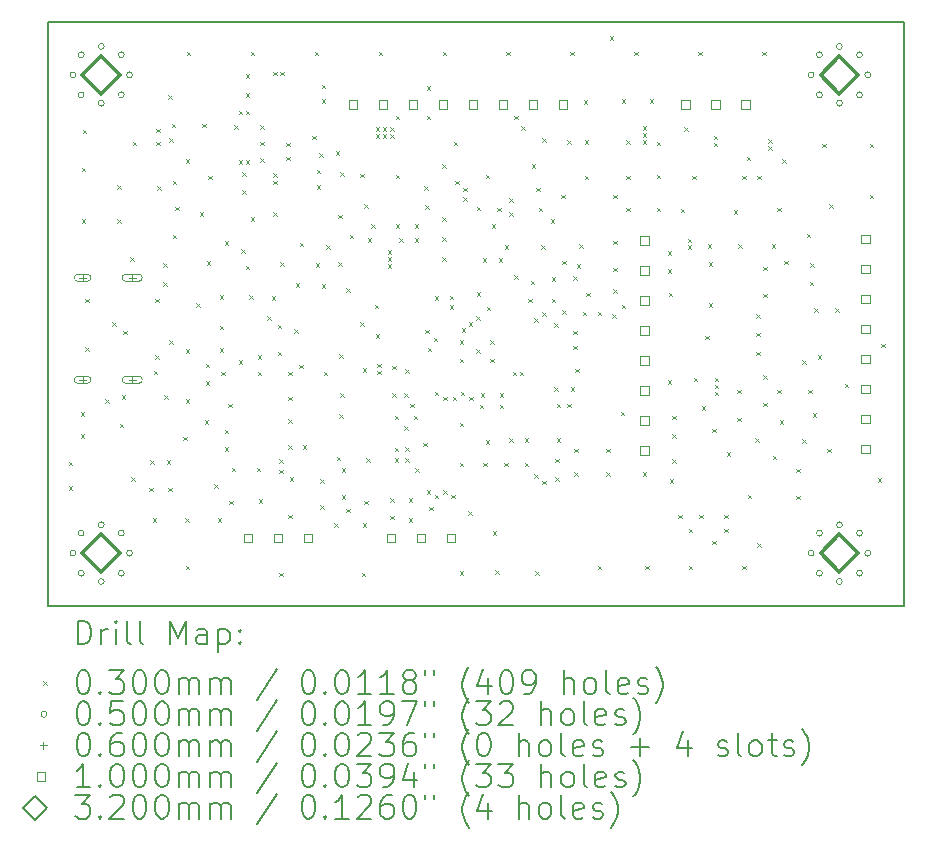
<source format=gbr>
%TF.GenerationSoftware,KiCad,Pcbnew,8.0.4*%
%TF.CreationDate,2024-07-27T17:20:50+08:00*%
%TF.ProjectId,DapLink_STM32F103CBT6,4461704c-696e-46b5-9f53-544d33324631,rev?*%
%TF.SameCoordinates,Original*%
%TF.FileFunction,Drillmap*%
%TF.FilePolarity,Positive*%
%FSLAX45Y45*%
G04 Gerber Fmt 4.5, Leading zero omitted, Abs format (unit mm)*
G04 Created by KiCad (PCBNEW 8.0.4) date 2024-07-27 17:20:50*
%MOMM*%
%LPD*%
G01*
G04 APERTURE LIST*
%ADD10C,0.200000*%
%ADD11C,0.100000*%
%ADD12C,0.320000*%
G04 APERTURE END LIST*
D10*
X3600000Y-6400000D02*
X10850000Y-6400000D01*
X10850000Y-11350000D01*
X3600000Y-11350000D01*
X3600000Y-6400000D01*
D11*
X3775000Y-10125000D02*
X3805000Y-10155000D01*
X3805000Y-10125000D02*
X3775000Y-10155000D01*
X3775000Y-10335000D02*
X3805000Y-10365000D01*
X3805000Y-10335000D02*
X3775000Y-10365000D01*
X3875000Y-9705000D02*
X3905000Y-9735000D01*
X3905000Y-9705000D02*
X3875000Y-9735000D01*
X3875000Y-9895000D02*
X3905000Y-9925000D01*
X3905000Y-9895000D02*
X3875000Y-9925000D01*
X3885000Y-7635000D02*
X3915000Y-7665000D01*
X3915000Y-7635000D02*
X3885000Y-7665000D01*
X3885000Y-8075000D02*
X3915000Y-8105000D01*
X3915000Y-8075000D02*
X3885000Y-8105000D01*
X3895000Y-7315000D02*
X3925000Y-7345000D01*
X3925000Y-7315000D02*
X3895000Y-7345000D01*
X3915000Y-8745000D02*
X3945000Y-8775000D01*
X3945000Y-8745000D02*
X3915000Y-8775000D01*
X3915000Y-9155000D02*
X3945000Y-9185000D01*
X3945000Y-9155000D02*
X3915000Y-9185000D01*
X4085000Y-9595000D02*
X4115000Y-9625000D01*
X4115000Y-9595000D02*
X4085000Y-9625000D01*
X4145000Y-8945000D02*
X4175000Y-8975000D01*
X4175000Y-8945000D02*
X4145000Y-8975000D01*
X4185000Y-7785000D02*
X4215000Y-7815000D01*
X4215000Y-7785000D02*
X4185000Y-7815000D01*
X4185000Y-8073750D02*
X4215000Y-8103750D01*
X4215000Y-8073750D02*
X4185000Y-8103750D01*
X4205000Y-9805000D02*
X4235000Y-9835000D01*
X4235000Y-9805000D02*
X4205000Y-9835000D01*
X4225000Y-9565000D02*
X4255000Y-9595000D01*
X4255000Y-9565000D02*
X4225000Y-9595000D01*
X4235000Y-9015000D02*
X4265000Y-9045000D01*
X4265000Y-9015000D02*
X4235000Y-9045000D01*
X4295000Y-8395000D02*
X4325000Y-8425000D01*
X4325000Y-8395000D02*
X4295000Y-8425000D01*
X4305000Y-10255000D02*
X4335000Y-10285000D01*
X4335000Y-10255000D02*
X4305000Y-10285000D01*
X4315000Y-7415000D02*
X4345000Y-7445000D01*
X4345000Y-7415000D02*
X4315000Y-7445000D01*
X4455000Y-10345000D02*
X4485000Y-10375000D01*
X4485000Y-10345000D02*
X4455000Y-10375000D01*
X4465000Y-10115000D02*
X4495000Y-10145000D01*
X4495000Y-10115000D02*
X4465000Y-10145000D01*
X4485000Y-10605000D02*
X4515000Y-10635000D01*
X4515000Y-10605000D02*
X4485000Y-10635000D01*
X4495000Y-9355000D02*
X4525000Y-9385000D01*
X4525000Y-9355000D02*
X4495000Y-9385000D01*
X4505000Y-8745000D02*
X4535000Y-8775000D01*
X4535000Y-8745000D02*
X4505000Y-8775000D01*
X4505000Y-9225000D02*
X4535000Y-9255000D01*
X4535000Y-9225000D02*
X4505000Y-9255000D01*
X4515000Y-7305000D02*
X4545000Y-7335000D01*
X4545000Y-7305000D02*
X4515000Y-7335000D01*
X4515000Y-7415000D02*
X4545000Y-7445000D01*
X4545000Y-7415000D02*
X4515000Y-7445000D01*
X4525000Y-7795000D02*
X4555000Y-7825000D01*
X4555000Y-7795000D02*
X4525000Y-7825000D01*
X4575000Y-8445000D02*
X4605000Y-8475000D01*
X4605000Y-8445000D02*
X4575000Y-8475000D01*
X4575000Y-8605000D02*
X4605000Y-8635000D01*
X4605000Y-8605000D02*
X4575000Y-8635000D01*
X4585000Y-9565000D02*
X4615000Y-9595000D01*
X4615000Y-9565000D02*
X4585000Y-9595000D01*
X4605000Y-10115000D02*
X4635000Y-10145000D01*
X4635000Y-10115000D02*
X4605000Y-10145000D01*
X4615000Y-7025000D02*
X4645000Y-7055000D01*
X4645000Y-7025000D02*
X4615000Y-7055000D01*
X4615000Y-10345000D02*
X4645000Y-10375000D01*
X4645000Y-10345000D02*
X4615000Y-10375000D01*
X4625000Y-7385000D02*
X4655000Y-7415000D01*
X4655000Y-7385000D02*
X4625000Y-7415000D01*
X4625000Y-9095000D02*
X4655000Y-9125000D01*
X4655000Y-9095000D02*
X4625000Y-9125000D01*
X4645000Y-7265000D02*
X4675000Y-7295000D01*
X4675000Y-7265000D02*
X4645000Y-7295000D01*
X4655000Y-7745000D02*
X4685000Y-7775000D01*
X4685000Y-7745000D02*
X4655000Y-7775000D01*
X4655000Y-8205000D02*
X4685000Y-8235000D01*
X4685000Y-8205000D02*
X4655000Y-8235000D01*
X4675000Y-7965000D02*
X4705000Y-7995000D01*
X4705000Y-7965000D02*
X4675000Y-7995000D01*
X4745000Y-9915000D02*
X4775000Y-9945000D01*
X4775000Y-9915000D02*
X4745000Y-9945000D01*
X4760000Y-10605000D02*
X4790000Y-10635000D01*
X4790000Y-10605000D02*
X4760000Y-10635000D01*
X4765000Y-7565000D02*
X4795000Y-7595000D01*
X4795000Y-7565000D02*
X4765000Y-7595000D01*
X4765000Y-9175000D02*
X4795000Y-9205000D01*
X4795000Y-9175000D02*
X4765000Y-9205000D01*
X4765000Y-9595000D02*
X4795000Y-9625000D01*
X4795000Y-9595000D02*
X4765000Y-9625000D01*
X4765000Y-11005000D02*
X4795000Y-11035000D01*
X4795000Y-11005000D02*
X4765000Y-11035000D01*
X4775000Y-6655000D02*
X4805000Y-6685000D01*
X4805000Y-6655000D02*
X4775000Y-6685000D01*
X4855000Y-8785000D02*
X4885000Y-8815000D01*
X4885000Y-8785000D02*
X4855000Y-8815000D01*
X4885000Y-8015000D02*
X4915000Y-8045000D01*
X4915000Y-8015000D02*
X4885000Y-8045000D01*
X4905000Y-7265000D02*
X4935000Y-7295000D01*
X4935000Y-7265000D02*
X4905000Y-7295000D01*
X4925000Y-9775000D02*
X4955000Y-9805000D01*
X4955000Y-9775000D02*
X4925000Y-9805000D01*
X4935000Y-9295000D02*
X4965000Y-9325000D01*
X4965000Y-9295000D02*
X4935000Y-9325000D01*
X4935000Y-9445000D02*
X4965000Y-9475000D01*
X4965000Y-9445000D02*
X4935000Y-9475000D01*
X4945000Y-8430000D02*
X4975000Y-8460000D01*
X4975000Y-8430000D02*
X4945000Y-8460000D01*
X4955000Y-7705000D02*
X4985000Y-7735000D01*
X4985000Y-7705000D02*
X4955000Y-7735000D01*
X5005000Y-10315000D02*
X5035000Y-10345000D01*
X5035000Y-10315000D02*
X5005000Y-10345000D01*
X5035000Y-10605000D02*
X5065000Y-10635000D01*
X5065000Y-10605000D02*
X5035000Y-10635000D01*
X5055000Y-8715000D02*
X5085000Y-8745000D01*
X5085000Y-8715000D02*
X5055000Y-8745000D01*
X5055000Y-8975000D02*
X5085000Y-9005000D01*
X5085000Y-8975000D02*
X5055000Y-9005000D01*
X5055000Y-9165000D02*
X5085000Y-9195000D01*
X5085000Y-9165000D02*
X5055000Y-9195000D01*
X5065000Y-9365000D02*
X5095000Y-9395000D01*
X5095000Y-9365000D02*
X5065000Y-9395000D01*
X5095000Y-9855000D02*
X5125000Y-9885000D01*
X5125000Y-9855000D02*
X5095000Y-9885000D01*
X5095000Y-10005000D02*
X5125000Y-10035000D01*
X5125000Y-10005000D02*
X5095000Y-10035000D01*
X5096250Y-8260000D02*
X5126250Y-8290000D01*
X5126250Y-8260000D02*
X5096250Y-8290000D01*
X5125000Y-9635000D02*
X5155000Y-9665000D01*
X5155000Y-9635000D02*
X5125000Y-9665000D01*
X5135000Y-10455000D02*
X5165000Y-10485000D01*
X5165000Y-10455000D02*
X5135000Y-10485000D01*
X5155000Y-10175000D02*
X5185000Y-10205000D01*
X5185000Y-10175000D02*
X5155000Y-10205000D01*
X5175000Y-7275000D02*
X5205000Y-7305000D01*
X5205000Y-7275000D02*
X5175000Y-7305000D01*
X5215000Y-7155000D02*
X5245000Y-7185000D01*
X5245000Y-7155000D02*
X5215000Y-7185000D01*
X5215000Y-7575000D02*
X5245000Y-7605000D01*
X5245000Y-7575000D02*
X5215000Y-7605000D01*
X5215000Y-9265000D02*
X5245000Y-9295000D01*
X5245000Y-9265000D02*
X5215000Y-9295000D01*
X5235000Y-8325000D02*
X5265000Y-8355000D01*
X5265000Y-8325000D02*
X5235000Y-8355000D01*
X5245000Y-7675000D02*
X5275000Y-7705000D01*
X5275000Y-7675000D02*
X5245000Y-7705000D01*
X5245000Y-7825000D02*
X5275000Y-7855000D01*
X5275000Y-7825000D02*
X5245000Y-7855000D01*
X5275000Y-6845000D02*
X5305000Y-6875000D01*
X5305000Y-6845000D02*
X5275000Y-6875000D01*
X5275000Y-7005000D02*
X5305000Y-7035000D01*
X5305000Y-7005000D02*
X5275000Y-7035000D01*
X5275000Y-7155000D02*
X5305000Y-7185000D01*
X5305000Y-7155000D02*
X5275000Y-7185000D01*
X5275000Y-7575000D02*
X5305000Y-7605000D01*
X5305000Y-7575000D02*
X5275000Y-7605000D01*
X5275000Y-8465000D02*
X5305000Y-8495000D01*
X5305000Y-8465000D02*
X5275000Y-8495000D01*
X5305000Y-8715000D02*
X5335000Y-8745000D01*
X5335000Y-8715000D02*
X5305000Y-8745000D01*
X5315000Y-8055000D02*
X5345000Y-8085000D01*
X5345000Y-8055000D02*
X5315000Y-8085000D01*
X5316111Y-6655000D02*
X5346111Y-6685000D01*
X5346111Y-6655000D02*
X5316111Y-6685000D01*
X5365000Y-10175000D02*
X5395000Y-10205000D01*
X5395000Y-10175000D02*
X5365000Y-10205000D01*
X5375000Y-9225000D02*
X5405000Y-9255000D01*
X5405000Y-9225000D02*
X5375000Y-9255000D01*
X5375000Y-9365000D02*
X5405000Y-9395000D01*
X5405000Y-9365000D02*
X5375000Y-9395000D01*
X5385000Y-10445000D02*
X5415000Y-10475000D01*
X5415000Y-10445000D02*
X5385000Y-10475000D01*
X5395000Y-7275000D02*
X5425000Y-7305000D01*
X5425000Y-7275000D02*
X5395000Y-7305000D01*
X5395000Y-7415000D02*
X5425000Y-7445000D01*
X5425000Y-7415000D02*
X5395000Y-7445000D01*
X5395000Y-7555000D02*
X5425000Y-7585000D01*
X5425000Y-7555000D02*
X5395000Y-7585000D01*
X5455000Y-8896000D02*
X5485000Y-8926000D01*
X5485000Y-8896000D02*
X5455000Y-8926000D01*
X5495000Y-8725000D02*
X5525000Y-8755000D01*
X5525000Y-8725000D02*
X5495000Y-8755000D01*
X5505000Y-6825000D02*
X5535000Y-6855000D01*
X5535000Y-6825000D02*
X5505000Y-6855000D01*
X5505000Y-7685000D02*
X5535000Y-7715000D01*
X5535000Y-7685000D02*
X5505000Y-7715000D01*
X5505000Y-7745000D02*
X5535000Y-7775000D01*
X5535000Y-7745000D02*
X5505000Y-7775000D01*
X5505000Y-8015000D02*
X5535000Y-8045000D01*
X5535000Y-8015000D02*
X5505000Y-8045000D01*
X5545000Y-8965000D02*
X5575000Y-8995000D01*
X5575000Y-8965000D02*
X5545000Y-8995000D01*
X5545000Y-9195000D02*
X5575000Y-9225000D01*
X5575000Y-9195000D02*
X5545000Y-9225000D01*
X5555000Y-10105000D02*
X5585000Y-10135000D01*
X5585000Y-10105000D02*
X5555000Y-10135000D01*
X5555000Y-10195000D02*
X5585000Y-10225000D01*
X5585000Y-10195000D02*
X5555000Y-10225000D01*
X5555000Y-11065000D02*
X5585000Y-11095000D01*
X5585000Y-11065000D02*
X5555000Y-11095000D01*
X5565000Y-6825000D02*
X5595000Y-6855000D01*
X5595000Y-6825000D02*
X5565000Y-6855000D01*
X5565000Y-8435000D02*
X5595000Y-8465000D01*
X5595000Y-8435000D02*
X5565000Y-8465000D01*
X5615000Y-7425000D02*
X5645000Y-7455000D01*
X5645000Y-7425000D02*
X5615000Y-7455000D01*
X5615000Y-7545000D02*
X5645000Y-7575000D01*
X5645000Y-7545000D02*
X5615000Y-7575000D01*
X5635000Y-9365000D02*
X5665000Y-9395000D01*
X5665000Y-9365000D02*
X5635000Y-9395000D01*
X5635000Y-9575000D02*
X5665000Y-9605000D01*
X5665000Y-9575000D02*
X5635000Y-9605000D01*
X5635000Y-9765000D02*
X5665000Y-9795000D01*
X5665000Y-9765000D02*
X5635000Y-9795000D01*
X5635000Y-9985000D02*
X5665000Y-10015000D01*
X5665000Y-9985000D02*
X5635000Y-10015000D01*
X5635000Y-10575000D02*
X5665000Y-10605000D01*
X5665000Y-10575000D02*
X5635000Y-10605000D01*
X5645000Y-10255000D02*
X5675000Y-10285000D01*
X5675000Y-10255000D02*
X5645000Y-10285000D01*
X5685000Y-9005000D02*
X5715000Y-9035000D01*
X5715000Y-9005000D02*
X5685000Y-9035000D01*
X5695000Y-8615000D02*
X5725000Y-8645000D01*
X5725000Y-8615000D02*
X5695000Y-8645000D01*
X5725000Y-9305000D02*
X5755000Y-9335000D01*
X5755000Y-9305000D02*
X5725000Y-9335000D01*
X5730000Y-8271250D02*
X5760000Y-8301250D01*
X5760000Y-8271250D02*
X5730000Y-8301250D01*
X5755000Y-9985000D02*
X5785000Y-10015000D01*
X5785000Y-9985000D02*
X5755000Y-10015000D01*
X5835000Y-7365000D02*
X5865000Y-7395000D01*
X5865000Y-7365000D02*
X5835000Y-7395000D01*
X5857222Y-6655000D02*
X5887222Y-6685000D01*
X5887222Y-6655000D02*
X5857222Y-6685000D01*
X5865000Y-8445000D02*
X5895000Y-8475000D01*
X5895000Y-8445000D02*
X5865000Y-8475000D01*
X5875000Y-7655000D02*
X5905000Y-7685000D01*
X5905000Y-7655000D02*
X5875000Y-7685000D01*
X5875000Y-7785000D02*
X5905000Y-7815000D01*
X5905000Y-7785000D02*
X5875000Y-7815000D01*
X5895000Y-7515000D02*
X5925000Y-7545000D01*
X5925000Y-7515000D02*
X5895000Y-7545000D01*
X5905000Y-10275000D02*
X5935000Y-10305000D01*
X5935000Y-10275000D02*
X5905000Y-10305000D01*
X5905000Y-10495000D02*
X5935000Y-10525000D01*
X5935000Y-10495000D02*
X5905000Y-10525000D01*
X5915000Y-6935000D02*
X5945000Y-6965000D01*
X5945000Y-6935000D02*
X5915000Y-6965000D01*
X5915000Y-7055000D02*
X5945000Y-7085000D01*
X5945000Y-7055000D02*
X5915000Y-7085000D01*
X5915000Y-8625000D02*
X5945000Y-8655000D01*
X5945000Y-8625000D02*
X5915000Y-8655000D01*
X5935000Y-9365000D02*
X5965000Y-9395000D01*
X5965000Y-9365000D02*
X5935000Y-9395000D01*
X5955000Y-8295000D02*
X5985000Y-8325000D01*
X5985000Y-8295000D02*
X5955000Y-8325000D01*
X6025000Y-10645000D02*
X6055000Y-10675000D01*
X6055000Y-10645000D02*
X6025000Y-10675000D01*
X6035000Y-7495000D02*
X6065000Y-7525000D01*
X6065000Y-7495000D02*
X6035000Y-7525000D01*
X6045000Y-10085000D02*
X6075000Y-10115000D01*
X6075000Y-10085000D02*
X6045000Y-10115000D01*
X6055000Y-8035000D02*
X6085000Y-8065000D01*
X6085000Y-8035000D02*
X6055000Y-8065000D01*
X6055000Y-8435000D02*
X6085000Y-8465000D01*
X6085000Y-8435000D02*
X6055000Y-8465000D01*
X6065000Y-9215000D02*
X6095000Y-9245000D01*
X6095000Y-9215000D02*
X6065000Y-9245000D01*
X6065000Y-9725000D02*
X6095000Y-9755000D01*
X6095000Y-9725000D02*
X6065000Y-9755000D01*
X6075000Y-7675000D02*
X6105000Y-7705000D01*
X6105000Y-7675000D02*
X6075000Y-7705000D01*
X6075000Y-9545000D02*
X6105000Y-9575000D01*
X6105000Y-9545000D02*
X6075000Y-9575000D01*
X6085000Y-10180000D02*
X6115000Y-10210000D01*
X6115000Y-10180000D02*
X6085000Y-10210000D01*
X6085000Y-10410000D02*
X6115000Y-10440000D01*
X6115000Y-10410000D02*
X6085000Y-10440000D01*
X6125000Y-8655000D02*
X6155000Y-8685000D01*
X6155000Y-8655000D02*
X6125000Y-8685000D01*
X6125000Y-10525000D02*
X6155000Y-10555000D01*
X6155000Y-10525000D02*
X6125000Y-10555000D01*
X6155000Y-8205000D02*
X6185000Y-8235000D01*
X6185000Y-8205000D02*
X6155000Y-8235000D01*
X6245000Y-7687500D02*
X6275000Y-7717500D01*
X6275000Y-7687500D02*
X6245000Y-7717500D01*
X6245000Y-8945000D02*
X6275000Y-8975000D01*
X6275000Y-8945000D02*
X6245000Y-8975000D01*
X6255000Y-11065000D02*
X6285000Y-11095000D01*
X6285000Y-11065000D02*
X6255000Y-11095000D01*
X6265000Y-9335000D02*
X6295000Y-9365000D01*
X6295000Y-9335000D02*
X6265000Y-9365000D01*
X6265000Y-10645000D02*
X6295000Y-10675000D01*
X6295000Y-10645000D02*
X6265000Y-10675000D01*
X6275000Y-7945000D02*
X6305000Y-7975000D01*
X6305000Y-7945000D02*
X6275000Y-7975000D01*
X6275000Y-10455000D02*
X6305000Y-10485000D01*
X6305000Y-10455000D02*
X6275000Y-10485000D01*
X6295000Y-10095000D02*
X6325000Y-10125000D01*
X6325000Y-10095000D02*
X6295000Y-10125000D01*
X6305000Y-8235000D02*
X6335000Y-8265000D01*
X6335000Y-8235000D02*
X6305000Y-8265000D01*
X6335000Y-8115000D02*
X6365000Y-8145000D01*
X6365000Y-8115000D02*
X6335000Y-8145000D01*
X6365000Y-8795000D02*
X6395000Y-8825000D01*
X6395000Y-8795000D02*
X6365000Y-8825000D01*
X6375000Y-7295000D02*
X6405000Y-7325000D01*
X6405000Y-7295000D02*
X6375000Y-7325000D01*
X6375000Y-7355000D02*
X6405000Y-7385000D01*
X6405000Y-7355000D02*
X6375000Y-7385000D01*
X6375000Y-9045000D02*
X6405000Y-9075000D01*
X6405000Y-9045000D02*
X6375000Y-9075000D01*
X6385000Y-9295000D02*
X6415000Y-9325000D01*
X6415000Y-9295000D02*
X6385000Y-9325000D01*
X6385000Y-9355000D02*
X6415000Y-9385000D01*
X6415000Y-9355000D02*
X6385000Y-9385000D01*
X6398333Y-6655000D02*
X6428333Y-6685000D01*
X6428333Y-6655000D02*
X6398333Y-6685000D01*
X6435000Y-7295000D02*
X6465000Y-7325000D01*
X6465000Y-7295000D02*
X6435000Y-7325000D01*
X6435000Y-7355000D02*
X6465000Y-7385000D01*
X6465000Y-7355000D02*
X6435000Y-7385000D01*
X6475000Y-8335000D02*
X6505000Y-8365000D01*
X6505000Y-8335000D02*
X6475000Y-8365000D01*
X6475000Y-8395000D02*
X6505000Y-8425000D01*
X6505000Y-8395000D02*
X6475000Y-8425000D01*
X6475000Y-8455000D02*
X6505000Y-8485000D01*
X6505000Y-8455000D02*
X6475000Y-8485000D01*
X6495000Y-7295000D02*
X6525000Y-7325000D01*
X6525000Y-7295000D02*
X6495000Y-7325000D01*
X6495000Y-7355000D02*
X6525000Y-7385000D01*
X6525000Y-7355000D02*
X6495000Y-7385000D01*
X6495000Y-10435000D02*
X6525000Y-10465000D01*
X6525000Y-10435000D02*
X6495000Y-10465000D01*
X6495000Y-10585000D02*
X6525000Y-10615000D01*
X6525000Y-10585000D02*
X6495000Y-10615000D01*
X6515000Y-9315000D02*
X6545000Y-9345000D01*
X6545000Y-9315000D02*
X6515000Y-9345000D01*
X6515000Y-9545000D02*
X6545000Y-9575000D01*
X6545000Y-9545000D02*
X6515000Y-9575000D01*
X6535000Y-9735000D02*
X6565000Y-9765000D01*
X6565000Y-9735000D02*
X6535000Y-9765000D01*
X6535000Y-10006250D02*
X6565000Y-10036250D01*
X6565000Y-10006250D02*
X6535000Y-10036250D01*
X6535000Y-10095000D02*
X6565000Y-10125000D01*
X6565000Y-10095000D02*
X6535000Y-10125000D01*
X6545000Y-7195000D02*
X6575000Y-7225000D01*
X6575000Y-7195000D02*
X6545000Y-7225000D01*
X6545000Y-7697500D02*
X6575000Y-7727500D01*
X6575000Y-7697500D02*
X6545000Y-7727500D01*
X6545000Y-8115000D02*
X6575000Y-8145000D01*
X6575000Y-8115000D02*
X6545000Y-8145000D01*
X6575000Y-8235000D02*
X6605000Y-8265000D01*
X6605000Y-8235000D02*
X6575000Y-8265000D01*
X6615000Y-9545000D02*
X6645000Y-9575000D01*
X6645000Y-9545000D02*
X6615000Y-9575000D01*
X6615000Y-9825000D02*
X6645000Y-9855000D01*
X6645000Y-9825000D02*
X6615000Y-9855000D01*
X6625000Y-9345000D02*
X6655000Y-9375000D01*
X6655000Y-9345000D02*
X6625000Y-9375000D01*
X6625000Y-10005000D02*
X6655000Y-10035000D01*
X6655000Y-10005000D02*
X6625000Y-10035000D01*
X6625000Y-10095000D02*
X6655000Y-10125000D01*
X6655000Y-10095000D02*
X6625000Y-10125000D01*
X6655000Y-10435000D02*
X6685000Y-10465000D01*
X6685000Y-10435000D02*
X6655000Y-10465000D01*
X6655000Y-10605000D02*
X6685000Y-10635000D01*
X6685000Y-10605000D02*
X6655000Y-10635000D01*
X6665000Y-9635000D02*
X6695000Y-9665000D01*
X6695000Y-9635000D02*
X6665000Y-9665000D01*
X6695000Y-9735000D02*
X6725000Y-9765000D01*
X6725000Y-9735000D02*
X6695000Y-9765000D01*
X6705000Y-8115000D02*
X6735000Y-8145000D01*
X6735000Y-8115000D02*
X6705000Y-8145000D01*
X6705000Y-8235000D02*
X6735000Y-8265000D01*
X6735000Y-8235000D02*
X6705000Y-8265000D01*
X6710000Y-10180000D02*
X6740000Y-10210000D01*
X6740000Y-10180000D02*
X6710000Y-10210000D01*
X6775000Y-9965000D02*
X6805000Y-9995000D01*
X6805000Y-9965000D02*
X6775000Y-9995000D01*
X6785000Y-7795000D02*
X6815000Y-7825000D01*
X6815000Y-7795000D02*
X6785000Y-7825000D01*
X6795000Y-7952500D02*
X6825000Y-7982500D01*
X6825000Y-7952500D02*
X6795000Y-7982500D01*
X6795000Y-9010000D02*
X6825000Y-9040000D01*
X6825000Y-9010000D02*
X6795000Y-9040000D01*
X6804699Y-10365000D02*
X6834699Y-10395000D01*
X6834699Y-10365000D02*
X6804699Y-10395000D01*
X6805000Y-6945000D02*
X6835000Y-6975000D01*
X6835000Y-6945000D02*
X6805000Y-6975000D01*
X6805000Y-7195000D02*
X6835000Y-7225000D01*
X6835000Y-7195000D02*
X6805000Y-7225000D01*
X6815000Y-9160000D02*
X6845000Y-9190000D01*
X6845000Y-9160000D02*
X6815000Y-9190000D01*
X6825000Y-10505000D02*
X6855000Y-10535000D01*
X6855000Y-10505000D02*
X6825000Y-10535000D01*
X6865000Y-9075000D02*
X6895000Y-9105000D01*
X6895000Y-9075000D02*
X6865000Y-9105000D01*
X6875000Y-8725000D02*
X6905000Y-8755000D01*
X6905000Y-8725000D02*
X6875000Y-8755000D01*
X6875000Y-9535000D02*
X6905000Y-9565000D01*
X6905000Y-9535000D02*
X6875000Y-9565000D01*
X6875000Y-10406215D02*
X6905000Y-10436215D01*
X6905000Y-10406215D02*
X6875000Y-10436215D01*
X6935000Y-7607500D02*
X6965000Y-7637500D01*
X6965000Y-7607500D02*
X6935000Y-7637500D01*
X6935000Y-8055000D02*
X6965000Y-8085000D01*
X6965000Y-8055000D02*
X6935000Y-8085000D01*
X6935000Y-8225000D02*
X6965000Y-8255000D01*
X6965000Y-8225000D02*
X6935000Y-8255000D01*
X6935000Y-8395000D02*
X6965000Y-8425000D01*
X6965000Y-8395000D02*
X6935000Y-8425000D01*
X6939444Y-6655000D02*
X6969444Y-6685000D01*
X6969444Y-6655000D02*
X6939444Y-6685000D01*
X6945000Y-9575000D02*
X6975000Y-9605000D01*
X6975000Y-9575000D02*
X6945000Y-9605000D01*
X6945000Y-10365000D02*
X6975000Y-10395000D01*
X6975000Y-10365000D02*
X6945000Y-10395000D01*
X7000000Y-8720000D02*
X7030000Y-8750000D01*
X7030000Y-8720000D02*
X7000000Y-8750000D01*
X7000000Y-8800000D02*
X7030000Y-8830000D01*
X7030000Y-8800000D02*
X7000000Y-8830000D01*
X7015000Y-10405000D02*
X7045000Y-10435000D01*
X7045000Y-10405000D02*
X7015000Y-10435000D01*
X7025000Y-9575000D02*
X7055000Y-9605000D01*
X7055000Y-9575000D02*
X7025000Y-9605000D01*
X7035000Y-7415000D02*
X7065000Y-7445000D01*
X7065000Y-7415000D02*
X7035000Y-7445000D01*
X7045000Y-7745000D02*
X7075000Y-7775000D01*
X7075000Y-7745000D02*
X7045000Y-7775000D01*
X7085000Y-9095000D02*
X7115000Y-9125000D01*
X7115000Y-9095000D02*
X7085000Y-9125000D01*
X7085000Y-9255000D02*
X7115000Y-9285000D01*
X7115000Y-9255000D02*
X7085000Y-9285000D01*
X7085000Y-9795000D02*
X7115000Y-9825000D01*
X7115000Y-9795000D02*
X7085000Y-9825000D01*
X7085000Y-10135000D02*
X7115000Y-10165000D01*
X7115000Y-10135000D02*
X7085000Y-10165000D01*
X7085000Y-11055000D02*
X7115000Y-11085000D01*
X7115000Y-11055000D02*
X7085000Y-11085000D01*
X7095000Y-9535000D02*
X7125000Y-9565000D01*
X7125000Y-9535000D02*
X7095000Y-9565000D01*
X7101330Y-8996499D02*
X7131330Y-9026499D01*
X7131330Y-8996499D02*
X7101330Y-9026499D01*
X7115000Y-7807500D02*
X7145000Y-7837500D01*
X7145000Y-7807500D02*
X7115000Y-7837500D01*
X7115000Y-7887500D02*
X7145000Y-7917500D01*
X7145000Y-7887500D02*
X7115000Y-7917500D01*
X7155000Y-10545000D02*
X7185000Y-10575000D01*
X7185000Y-10545000D02*
X7155000Y-10575000D01*
X7162550Y-8945000D02*
X7192550Y-8975000D01*
X7192550Y-8945000D02*
X7162550Y-8975000D01*
X7165000Y-9575000D02*
X7195000Y-9605000D01*
X7195000Y-9575000D02*
X7165000Y-9605000D01*
X7225000Y-8895000D02*
X7255000Y-8925000D01*
X7255000Y-8895000D02*
X7225000Y-8925000D01*
X7225000Y-9175000D02*
X7255000Y-9205000D01*
X7255000Y-9175000D02*
X7225000Y-9205000D01*
X7230000Y-7965000D02*
X7260000Y-7995000D01*
X7260000Y-7965000D02*
X7230000Y-7995000D01*
X7230000Y-8692500D02*
X7260000Y-8722500D01*
X7260000Y-8692500D02*
X7230000Y-8722500D01*
X7255000Y-9645000D02*
X7285000Y-9675000D01*
X7285000Y-9645000D02*
X7255000Y-9675000D01*
X7265000Y-9545000D02*
X7295000Y-9575000D01*
X7295000Y-9545000D02*
X7265000Y-9575000D01*
X7280000Y-8403462D02*
X7310000Y-8433462D01*
X7310000Y-8403462D02*
X7280000Y-8433462D01*
X7285000Y-10135000D02*
X7315000Y-10165000D01*
X7315000Y-10135000D02*
X7285000Y-10165000D01*
X7305000Y-7697500D02*
X7335000Y-7727500D01*
X7335000Y-7697500D02*
X7305000Y-7727500D01*
X7305000Y-9945000D02*
X7335000Y-9975000D01*
X7335000Y-9945000D02*
X7305000Y-9975000D01*
X7315000Y-8815000D02*
X7345000Y-8845000D01*
X7345000Y-8815000D02*
X7315000Y-8845000D01*
X7345000Y-9095000D02*
X7375000Y-9125000D01*
X7375000Y-9095000D02*
X7345000Y-9125000D01*
X7345000Y-9255000D02*
X7375000Y-9285000D01*
X7375000Y-9255000D02*
X7345000Y-9285000D01*
X7355000Y-8115000D02*
X7385000Y-8145000D01*
X7385000Y-8115000D02*
X7355000Y-8145000D01*
X7365000Y-10715000D02*
X7395000Y-10745000D01*
X7395000Y-10715000D02*
X7365000Y-10745000D01*
X7385000Y-11045000D02*
X7415000Y-11075000D01*
X7415000Y-11045000D02*
X7385000Y-11075000D01*
X7405000Y-7975000D02*
X7435000Y-8005000D01*
X7435000Y-7975000D02*
X7405000Y-8005000D01*
X7415000Y-8405000D02*
X7445000Y-8435000D01*
X7445000Y-8405000D02*
X7415000Y-8435000D01*
X7425000Y-9545000D02*
X7455000Y-9575000D01*
X7455000Y-9545000D02*
X7425000Y-9575000D01*
X7425000Y-9645000D02*
X7455000Y-9675000D01*
X7455000Y-9645000D02*
X7425000Y-9675000D01*
X7460000Y-10135000D02*
X7490000Y-10165000D01*
X7490000Y-10135000D02*
X7460000Y-10165000D01*
X7465000Y-8295000D02*
X7495000Y-8325000D01*
X7495000Y-8295000D02*
X7465000Y-8325000D01*
X7480555Y-6655000D02*
X7510555Y-6685000D01*
X7510555Y-6655000D02*
X7480555Y-6685000D01*
X7505000Y-7895000D02*
X7535000Y-7925000D01*
X7535000Y-7895000D02*
X7505000Y-7925000D01*
X7505000Y-8015000D02*
X7535000Y-8045000D01*
X7535000Y-8015000D02*
X7505000Y-8045000D01*
X7505000Y-9925000D02*
X7535000Y-9955000D01*
X7535000Y-9925000D02*
X7505000Y-9955000D01*
X7535000Y-9365000D02*
X7565000Y-9395000D01*
X7565000Y-9365000D02*
X7535000Y-9395000D01*
X7545000Y-7195000D02*
X7575000Y-7225000D01*
X7575000Y-7195000D02*
X7545000Y-7225000D01*
X7545000Y-8545000D02*
X7575000Y-8575000D01*
X7575000Y-8545000D02*
X7545000Y-8575000D01*
X7595000Y-9365000D02*
X7625000Y-9395000D01*
X7625000Y-9365000D02*
X7595000Y-9395000D01*
X7605000Y-7285000D02*
X7635000Y-7315000D01*
X7635000Y-7285000D02*
X7605000Y-7315000D01*
X7635000Y-9925000D02*
X7665000Y-9955000D01*
X7665000Y-9925000D02*
X7635000Y-9955000D01*
X7635000Y-10135000D02*
X7665000Y-10165000D01*
X7665000Y-10135000D02*
X7635000Y-10165000D01*
X7665000Y-8745000D02*
X7695000Y-8775000D01*
X7695000Y-8745000D02*
X7665000Y-8775000D01*
X7685000Y-8595000D02*
X7715000Y-8625000D01*
X7715000Y-8595000D02*
X7685000Y-8625000D01*
X7695000Y-7607500D02*
X7725000Y-7637500D01*
X7725000Y-7607500D02*
X7695000Y-7637500D01*
X7715000Y-8910000D02*
X7745000Y-8940000D01*
X7745000Y-8910000D02*
X7715000Y-8940000D01*
X7716400Y-10230000D02*
X7746400Y-10260000D01*
X7746400Y-10230000D02*
X7716400Y-10260000D01*
X7725000Y-11055000D02*
X7755000Y-11085000D01*
X7755000Y-11055000D02*
X7725000Y-11085000D01*
X7735000Y-7805000D02*
X7765000Y-7835000D01*
X7765000Y-7805000D02*
X7735000Y-7835000D01*
X7755000Y-7975000D02*
X7785000Y-8005000D01*
X7785000Y-7975000D02*
X7755000Y-8005000D01*
X7775000Y-8295000D02*
X7805000Y-8325000D01*
X7805000Y-8295000D02*
X7775000Y-8325000D01*
X7785000Y-7385000D02*
X7815000Y-7415000D01*
X7815000Y-7385000D02*
X7785000Y-7415000D01*
X7785000Y-8860000D02*
X7815000Y-8890000D01*
X7815000Y-8860000D02*
X7785000Y-8890000D01*
X7785000Y-10285000D02*
X7815000Y-10315000D01*
X7815000Y-10285000D02*
X7785000Y-10315000D01*
X7855000Y-8075000D02*
X7885000Y-8105000D01*
X7885000Y-8075000D02*
X7855000Y-8105000D01*
X7865000Y-8565000D02*
X7895000Y-8595000D01*
X7895000Y-8565000D02*
X7865000Y-8595000D01*
X7865000Y-8745000D02*
X7895000Y-8775000D01*
X7895000Y-8745000D02*
X7865000Y-8775000D01*
X7885000Y-8955000D02*
X7915000Y-8985000D01*
X7915000Y-8955000D02*
X7885000Y-8985000D01*
X7885000Y-9495000D02*
X7915000Y-9525000D01*
X7915000Y-9495000D02*
X7885000Y-9525000D01*
X7895000Y-10100000D02*
X7925000Y-10130000D01*
X7925000Y-10100000D02*
X7895000Y-10130000D01*
X7895000Y-10255000D02*
X7925000Y-10285000D01*
X7925000Y-10255000D02*
X7895000Y-10285000D01*
X7905000Y-9635000D02*
X7935000Y-9665000D01*
X7935000Y-9635000D02*
X7905000Y-9665000D01*
X7905000Y-9925000D02*
X7935000Y-9955000D01*
X7935000Y-9925000D02*
X7905000Y-9955000D01*
X7945000Y-7865000D02*
X7975000Y-7895000D01*
X7975000Y-7865000D02*
X7945000Y-7895000D01*
X7955000Y-8425000D02*
X7985000Y-8455000D01*
X7985000Y-8425000D02*
X7955000Y-8455000D01*
X7955000Y-8845000D02*
X7985000Y-8875000D01*
X7985000Y-8845000D02*
X7955000Y-8875000D01*
X7995000Y-7405000D02*
X8025000Y-7435000D01*
X8025000Y-7405000D02*
X7995000Y-7435000D01*
X7995000Y-9635000D02*
X8025000Y-9665000D01*
X8025000Y-9635000D02*
X7995000Y-9665000D01*
X8021667Y-6655000D02*
X8051667Y-6685000D01*
X8051667Y-6655000D02*
X8021667Y-6685000D01*
X8025000Y-9495000D02*
X8055000Y-9525000D01*
X8055000Y-9495000D02*
X8025000Y-9525000D01*
X8045000Y-8555000D02*
X8075000Y-8585000D01*
X8075000Y-8555000D02*
X8045000Y-8585000D01*
X8045000Y-9015000D02*
X8075000Y-9045000D01*
X8075000Y-9015000D02*
X8045000Y-9045000D01*
X8045000Y-9145000D02*
X8075000Y-9175000D01*
X8075000Y-9145000D02*
X8045000Y-9175000D01*
X8055000Y-10015000D02*
X8085000Y-10045000D01*
X8085000Y-10015000D02*
X8055000Y-10045000D01*
X8055000Y-10215000D02*
X8085000Y-10245000D01*
X8085000Y-10215000D02*
X8055000Y-10245000D01*
X8065000Y-9340000D02*
X8095000Y-9370000D01*
X8095000Y-9340000D02*
X8065000Y-9370000D01*
X8075000Y-8455000D02*
X8105000Y-8485000D01*
X8105000Y-8455000D02*
X8075000Y-8485000D01*
X8095000Y-8285000D02*
X8125000Y-8315000D01*
X8125000Y-8285000D02*
X8095000Y-8315000D01*
X8125000Y-8855000D02*
X8155000Y-8885000D01*
X8155000Y-8855000D02*
X8125000Y-8885000D01*
X8135000Y-7065000D02*
X8165000Y-7095000D01*
X8165000Y-7065000D02*
X8135000Y-7095000D01*
X8145000Y-7405000D02*
X8175000Y-7435000D01*
X8175000Y-7405000D02*
X8145000Y-7435000D01*
X8145000Y-7705000D02*
X8175000Y-7735000D01*
X8175000Y-7705000D02*
X8145000Y-7735000D01*
X8155000Y-8695000D02*
X8185000Y-8725000D01*
X8185000Y-8695000D02*
X8155000Y-8725000D01*
X8255000Y-8855000D02*
X8285000Y-8885000D01*
X8285000Y-8855000D02*
X8255000Y-8885000D01*
X8255000Y-11005000D02*
X8285000Y-11035000D01*
X8285000Y-11005000D02*
X8255000Y-11035000D01*
X8325000Y-10015000D02*
X8355000Y-10045000D01*
X8355000Y-10015000D02*
X8325000Y-10045000D01*
X8325000Y-10215000D02*
X8355000Y-10245000D01*
X8355000Y-10215000D02*
X8325000Y-10245000D01*
X8355000Y-6525000D02*
X8385000Y-6555000D01*
X8385000Y-6525000D02*
X8355000Y-6555000D01*
X8375000Y-8875000D02*
X8405000Y-8905000D01*
X8405000Y-8875000D02*
X8375000Y-8905000D01*
X8385000Y-7865000D02*
X8415000Y-7895000D01*
X8415000Y-7865000D02*
X8385000Y-7895000D01*
X8385000Y-8255000D02*
X8415000Y-8285000D01*
X8415000Y-8255000D02*
X8385000Y-8285000D01*
X8385000Y-8485000D02*
X8415000Y-8515000D01*
X8415000Y-8485000D02*
X8385000Y-8515000D01*
X8385000Y-8665000D02*
X8415000Y-8695000D01*
X8415000Y-8665000D02*
X8385000Y-8695000D01*
X8447427Y-9702574D02*
X8477427Y-9732574D01*
X8477427Y-9702574D02*
X8447427Y-9732574D01*
X8455000Y-7055000D02*
X8485000Y-7085000D01*
X8485000Y-7055000D02*
X8455000Y-7085000D01*
X8455000Y-8795000D02*
X8485000Y-8825000D01*
X8485000Y-8795000D02*
X8455000Y-8825000D01*
X8495000Y-7405000D02*
X8525000Y-7435000D01*
X8525000Y-7405000D02*
X8495000Y-7435000D01*
X8495000Y-7705000D02*
X8525000Y-7735000D01*
X8525000Y-7705000D02*
X8495000Y-7735000D01*
X8495000Y-7975000D02*
X8525000Y-8005000D01*
X8525000Y-7975000D02*
X8495000Y-8005000D01*
X8562778Y-6655000D02*
X8592778Y-6685000D01*
X8592778Y-6655000D02*
X8562778Y-6685000D01*
X8635000Y-7285000D02*
X8665000Y-7315000D01*
X8665000Y-7285000D02*
X8635000Y-7315000D01*
X8635000Y-7345000D02*
X8665000Y-7375000D01*
X8665000Y-7345000D02*
X8635000Y-7375000D01*
X8635000Y-7405000D02*
X8665000Y-7435000D01*
X8665000Y-7405000D02*
X8635000Y-7435000D01*
X8635000Y-10215000D02*
X8665000Y-10245000D01*
X8665000Y-10215000D02*
X8635000Y-10245000D01*
X8655000Y-11005000D02*
X8685000Y-11035000D01*
X8685000Y-11005000D02*
X8655000Y-11035000D01*
X8695000Y-7055000D02*
X8725000Y-7085000D01*
X8725000Y-7055000D02*
X8695000Y-7085000D01*
X8755000Y-7415000D02*
X8785000Y-7445000D01*
X8785000Y-7415000D02*
X8755000Y-7445000D01*
X8755000Y-7695000D02*
X8785000Y-7725000D01*
X8785000Y-7695000D02*
X8755000Y-7725000D01*
X8755000Y-7975000D02*
X8785000Y-8005000D01*
X8785000Y-7975000D02*
X8755000Y-8005000D01*
X8845000Y-8345000D02*
X8875000Y-8375000D01*
X8875000Y-8345000D02*
X8845000Y-8375000D01*
X8845000Y-8495000D02*
X8875000Y-8525000D01*
X8875000Y-8495000D02*
X8845000Y-8525000D01*
X8845000Y-9435000D02*
X8875000Y-9465000D01*
X8875000Y-9435000D02*
X8845000Y-9465000D01*
X8855000Y-8695000D02*
X8885000Y-8725000D01*
X8885000Y-8695000D02*
X8855000Y-8725000D01*
X8865000Y-10275000D02*
X8895000Y-10305000D01*
X8895000Y-10275000D02*
X8865000Y-10305000D01*
X8885000Y-9735000D02*
X8915000Y-9765000D01*
X8915000Y-9735000D02*
X8885000Y-9765000D01*
X8885000Y-9895000D02*
X8915000Y-9925000D01*
X8915000Y-9895000D02*
X8885000Y-9925000D01*
X8885000Y-10105000D02*
X8915000Y-10135000D01*
X8915000Y-10105000D02*
X8885000Y-10135000D01*
X8935000Y-10575000D02*
X8965000Y-10605000D01*
X8965000Y-10575000D02*
X8935000Y-10605000D01*
X8955000Y-7985000D02*
X8985000Y-8015000D01*
X8985000Y-7985000D02*
X8955000Y-8015000D01*
X8985000Y-7295000D02*
X9015000Y-7325000D01*
X9015000Y-7295000D02*
X8985000Y-7325000D01*
X9015000Y-8237500D02*
X9045000Y-8267500D01*
X9045000Y-8237500D02*
X9015000Y-8267500D01*
X9015000Y-8295000D02*
X9045000Y-8325000D01*
X9045000Y-8295000D02*
X9015000Y-8325000D01*
X9025000Y-10695000D02*
X9055000Y-10725000D01*
X9055000Y-10695000D02*
X9025000Y-10725000D01*
X9025000Y-11005000D02*
X9055000Y-11035000D01*
X9055000Y-11005000D02*
X9025000Y-11035000D01*
X9055000Y-7705000D02*
X9085000Y-7735000D01*
X9085000Y-7705000D02*
X9055000Y-7735000D01*
X9065000Y-9415000D02*
X9095000Y-9445000D01*
X9095000Y-9415000D02*
X9065000Y-9445000D01*
X9103889Y-6655000D02*
X9133889Y-6685000D01*
X9133889Y-6655000D02*
X9103889Y-6685000D01*
X9115000Y-10575000D02*
X9145000Y-10605000D01*
X9145000Y-10575000D02*
X9115000Y-10605000D01*
X9135000Y-9655000D02*
X9165000Y-9685000D01*
X9165000Y-9655000D02*
X9135000Y-9685000D01*
X9165000Y-9060000D02*
X9195000Y-9090000D01*
X9195000Y-9060000D02*
X9165000Y-9090000D01*
X9185000Y-8285000D02*
X9215000Y-8315000D01*
X9215000Y-8285000D02*
X9185000Y-8315000D01*
X9195000Y-8435000D02*
X9225000Y-8465000D01*
X9225000Y-8435000D02*
X9195000Y-8465000D01*
X9195000Y-8785000D02*
X9225000Y-8815000D01*
X9225000Y-8785000D02*
X9195000Y-8815000D01*
X9225000Y-9845000D02*
X9255000Y-9875000D01*
X9255000Y-9845000D02*
X9225000Y-9875000D01*
X9225000Y-10795000D02*
X9255000Y-10825000D01*
X9255000Y-10795000D02*
X9225000Y-10825000D01*
X9235000Y-7365000D02*
X9265000Y-7395000D01*
X9265000Y-7365000D02*
X9235000Y-7395000D01*
X9235000Y-7425000D02*
X9265000Y-7455000D01*
X9265000Y-7425000D02*
X9235000Y-7455000D01*
X9245000Y-9415000D02*
X9275000Y-9445000D01*
X9275000Y-9415000D02*
X9245000Y-9445000D01*
X9245000Y-9475000D02*
X9275000Y-9505000D01*
X9275000Y-9475000D02*
X9245000Y-9505000D01*
X9245000Y-9535000D02*
X9275000Y-9565000D01*
X9275000Y-9535000D02*
X9245000Y-9565000D01*
X9325000Y-10575000D02*
X9355000Y-10605000D01*
X9355000Y-10575000D02*
X9325000Y-10605000D01*
X9325000Y-10695000D02*
X9355000Y-10725000D01*
X9355000Y-10695000D02*
X9325000Y-10725000D01*
X9345000Y-10045000D02*
X9375000Y-10075000D01*
X9375000Y-10045000D02*
X9345000Y-10075000D01*
X9405000Y-7995000D02*
X9435000Y-8025000D01*
X9435000Y-7995000D02*
X9405000Y-8025000D01*
X9435000Y-9515000D02*
X9465000Y-9545000D01*
X9465000Y-9515000D02*
X9435000Y-9545000D01*
X9435000Y-9755000D02*
X9465000Y-9785000D01*
X9465000Y-9755000D02*
X9435000Y-9785000D01*
X9445000Y-8285000D02*
X9475000Y-8315000D01*
X9475000Y-8285000D02*
X9445000Y-8315000D01*
X9475000Y-7705000D02*
X9505000Y-7735000D01*
X9505000Y-7705000D02*
X9475000Y-7735000D01*
X9475000Y-11005000D02*
X9505000Y-11035000D01*
X9505000Y-11005000D02*
X9475000Y-11035000D01*
X9515000Y-7545000D02*
X9545000Y-7575000D01*
X9545000Y-7545000D02*
X9515000Y-7575000D01*
X9525000Y-10405000D02*
X9555000Y-10435000D01*
X9555000Y-10405000D02*
X9525000Y-10435000D01*
X9585000Y-9925000D02*
X9615000Y-9955000D01*
X9615000Y-9925000D02*
X9585000Y-9955000D01*
X9595000Y-8875000D02*
X9625000Y-8905000D01*
X9625000Y-8875000D02*
X9595000Y-8905000D01*
X9595000Y-9035000D02*
X9625000Y-9065000D01*
X9625000Y-9035000D02*
X9595000Y-9065000D01*
X9595000Y-9195000D02*
X9625000Y-9225000D01*
X9625000Y-9195000D02*
X9595000Y-9225000D01*
X9605000Y-7705000D02*
X9635000Y-7735000D01*
X9635000Y-7705000D02*
X9605000Y-7735000D01*
X9605000Y-10815000D02*
X9635000Y-10845000D01*
X9635000Y-10815000D02*
X9605000Y-10845000D01*
X9645000Y-6655000D02*
X9675000Y-6685000D01*
X9675000Y-6655000D02*
X9645000Y-6685000D01*
X9655000Y-8475000D02*
X9685000Y-8505000D01*
X9685000Y-8475000D02*
X9655000Y-8505000D01*
X9655000Y-8705000D02*
X9685000Y-8735000D01*
X9685000Y-8705000D02*
X9655000Y-8735000D01*
X9655000Y-9395000D02*
X9685000Y-9425000D01*
X9685000Y-9395000D02*
X9655000Y-9425000D01*
X9655000Y-9625000D02*
X9685000Y-9655000D01*
X9685000Y-9625000D02*
X9655000Y-9655000D01*
X9695000Y-7395000D02*
X9725000Y-7425000D01*
X9725000Y-7395000D02*
X9695000Y-7425000D01*
X9695000Y-7455000D02*
X9725000Y-7485000D01*
X9725000Y-7455000D02*
X9695000Y-7485000D01*
X9725000Y-8285000D02*
X9755000Y-8315000D01*
X9755000Y-8285000D02*
X9725000Y-8315000D01*
X9735000Y-10075000D02*
X9765000Y-10105000D01*
X9765000Y-10075000D02*
X9735000Y-10105000D01*
X9775000Y-7975000D02*
X9805000Y-8005000D01*
X9805000Y-7975000D02*
X9775000Y-8005000D01*
X9775000Y-9515000D02*
X9805000Y-9545000D01*
X9805000Y-9515000D02*
X9775000Y-9545000D01*
X9795000Y-9775000D02*
X9825000Y-9805000D01*
X9825000Y-9775000D02*
X9795000Y-9805000D01*
X9815000Y-7565000D02*
X9845000Y-7595000D01*
X9845000Y-7565000D02*
X9815000Y-7595000D01*
X9835000Y-8425000D02*
X9865000Y-8455000D01*
X9865000Y-8425000D02*
X9835000Y-8455000D01*
X9935000Y-10185000D02*
X9965000Y-10215000D01*
X9965000Y-10185000D02*
X9935000Y-10215000D01*
X9935000Y-10415000D02*
X9965000Y-10445000D01*
X9965000Y-10415000D02*
X9935000Y-10445000D01*
X9985000Y-9265000D02*
X10015000Y-9295000D01*
X10015000Y-9265000D02*
X9985000Y-9295000D01*
X9985000Y-9935000D02*
X10015000Y-9965000D01*
X10015000Y-9935000D02*
X9985000Y-9965000D01*
X10025000Y-8195000D02*
X10055000Y-8225000D01*
X10055000Y-8195000D02*
X10025000Y-8225000D01*
X10035000Y-9515000D02*
X10065000Y-9545000D01*
X10065000Y-9515000D02*
X10035000Y-9545000D01*
X10050000Y-8600000D02*
X10080000Y-8630000D01*
X10080000Y-8600000D02*
X10050000Y-8630000D01*
X10055000Y-8445000D02*
X10085000Y-8475000D01*
X10085000Y-8445000D02*
X10055000Y-8475000D01*
X10075000Y-9715000D02*
X10105000Y-9745000D01*
X10105000Y-9715000D02*
X10075000Y-9745000D01*
X10085000Y-8825000D02*
X10115000Y-8855000D01*
X10115000Y-8825000D02*
X10085000Y-8855000D01*
X10115000Y-9225000D02*
X10145000Y-9255000D01*
X10145000Y-9225000D02*
X10115000Y-9255000D01*
X10155000Y-7435000D02*
X10185000Y-7465000D01*
X10185000Y-7435000D02*
X10155000Y-7465000D01*
X10195000Y-10015000D02*
X10225000Y-10045000D01*
X10225000Y-10015000D02*
X10195000Y-10045000D01*
X10215000Y-7945000D02*
X10245000Y-7975000D01*
X10245000Y-7945000D02*
X10215000Y-7975000D01*
X10265000Y-8825000D02*
X10295000Y-8855000D01*
X10295000Y-8825000D02*
X10265000Y-8855000D01*
X10345000Y-9465000D02*
X10375000Y-9495000D01*
X10375000Y-9465000D02*
X10345000Y-9495000D01*
X10555000Y-7435000D02*
X10585000Y-7465000D01*
X10585000Y-7435000D02*
X10555000Y-7465000D01*
X10555000Y-7865000D02*
X10585000Y-7895000D01*
X10585000Y-7865000D02*
X10555000Y-7895000D01*
X10625000Y-10265000D02*
X10655000Y-10295000D01*
X10655000Y-10265000D02*
X10625000Y-10295000D01*
X10655000Y-9125000D02*
X10685000Y-9155000D01*
X10685000Y-9125000D02*
X10655000Y-9155000D01*
X3835000Y-6850000D02*
G75*
G02*
X3785000Y-6850000I-25000J0D01*
G01*
X3785000Y-6850000D02*
G75*
G02*
X3835000Y-6850000I25000J0D01*
G01*
X3835000Y-10900000D02*
G75*
G02*
X3785000Y-10900000I-25000J0D01*
G01*
X3785000Y-10900000D02*
G75*
G02*
X3835000Y-10900000I25000J0D01*
G01*
X3905294Y-6680294D02*
G75*
G02*
X3855294Y-6680294I-25000J0D01*
G01*
X3855294Y-6680294D02*
G75*
G02*
X3905294Y-6680294I25000J0D01*
G01*
X3905294Y-7019706D02*
G75*
G02*
X3855294Y-7019706I-25000J0D01*
G01*
X3855294Y-7019706D02*
G75*
G02*
X3905294Y-7019706I25000J0D01*
G01*
X3905294Y-10730294D02*
G75*
G02*
X3855294Y-10730294I-25000J0D01*
G01*
X3855294Y-10730294D02*
G75*
G02*
X3905294Y-10730294I25000J0D01*
G01*
X3905294Y-11069706D02*
G75*
G02*
X3855294Y-11069706I-25000J0D01*
G01*
X3855294Y-11069706D02*
G75*
G02*
X3905294Y-11069706I25000J0D01*
G01*
X4075000Y-6610000D02*
G75*
G02*
X4025000Y-6610000I-25000J0D01*
G01*
X4025000Y-6610000D02*
G75*
G02*
X4075000Y-6610000I25000J0D01*
G01*
X4075000Y-7090000D02*
G75*
G02*
X4025000Y-7090000I-25000J0D01*
G01*
X4025000Y-7090000D02*
G75*
G02*
X4075000Y-7090000I25000J0D01*
G01*
X4075000Y-10660000D02*
G75*
G02*
X4025000Y-10660000I-25000J0D01*
G01*
X4025000Y-10660000D02*
G75*
G02*
X4075000Y-10660000I25000J0D01*
G01*
X4075000Y-11140000D02*
G75*
G02*
X4025000Y-11140000I-25000J0D01*
G01*
X4025000Y-11140000D02*
G75*
G02*
X4075000Y-11140000I25000J0D01*
G01*
X4244706Y-6680294D02*
G75*
G02*
X4194706Y-6680294I-25000J0D01*
G01*
X4194706Y-6680294D02*
G75*
G02*
X4244706Y-6680294I25000J0D01*
G01*
X4244706Y-7019706D02*
G75*
G02*
X4194706Y-7019706I-25000J0D01*
G01*
X4194706Y-7019706D02*
G75*
G02*
X4244706Y-7019706I25000J0D01*
G01*
X4244706Y-10730294D02*
G75*
G02*
X4194706Y-10730294I-25000J0D01*
G01*
X4194706Y-10730294D02*
G75*
G02*
X4244706Y-10730294I25000J0D01*
G01*
X4244706Y-11069706D02*
G75*
G02*
X4194706Y-11069706I-25000J0D01*
G01*
X4194706Y-11069706D02*
G75*
G02*
X4244706Y-11069706I25000J0D01*
G01*
X4315000Y-6850000D02*
G75*
G02*
X4265000Y-6850000I-25000J0D01*
G01*
X4265000Y-6850000D02*
G75*
G02*
X4315000Y-6850000I25000J0D01*
G01*
X4315000Y-10900000D02*
G75*
G02*
X4265000Y-10900000I-25000J0D01*
G01*
X4265000Y-10900000D02*
G75*
G02*
X4315000Y-10900000I25000J0D01*
G01*
X10085000Y-6850000D02*
G75*
G02*
X10035000Y-6850000I-25000J0D01*
G01*
X10035000Y-6850000D02*
G75*
G02*
X10085000Y-6850000I25000J0D01*
G01*
X10085000Y-10900000D02*
G75*
G02*
X10035000Y-10900000I-25000J0D01*
G01*
X10035000Y-10900000D02*
G75*
G02*
X10085000Y-10900000I25000J0D01*
G01*
X10155294Y-6680294D02*
G75*
G02*
X10105294Y-6680294I-25000J0D01*
G01*
X10105294Y-6680294D02*
G75*
G02*
X10155294Y-6680294I25000J0D01*
G01*
X10155294Y-7019706D02*
G75*
G02*
X10105294Y-7019706I-25000J0D01*
G01*
X10105294Y-7019706D02*
G75*
G02*
X10155294Y-7019706I25000J0D01*
G01*
X10155294Y-10730294D02*
G75*
G02*
X10105294Y-10730294I-25000J0D01*
G01*
X10105294Y-10730294D02*
G75*
G02*
X10155294Y-10730294I25000J0D01*
G01*
X10155294Y-11069706D02*
G75*
G02*
X10105294Y-11069706I-25000J0D01*
G01*
X10105294Y-11069706D02*
G75*
G02*
X10155294Y-11069706I25000J0D01*
G01*
X10325000Y-6610000D02*
G75*
G02*
X10275000Y-6610000I-25000J0D01*
G01*
X10275000Y-6610000D02*
G75*
G02*
X10325000Y-6610000I25000J0D01*
G01*
X10325000Y-7090000D02*
G75*
G02*
X10275000Y-7090000I-25000J0D01*
G01*
X10275000Y-7090000D02*
G75*
G02*
X10325000Y-7090000I25000J0D01*
G01*
X10325000Y-10660000D02*
G75*
G02*
X10275000Y-10660000I-25000J0D01*
G01*
X10275000Y-10660000D02*
G75*
G02*
X10325000Y-10660000I25000J0D01*
G01*
X10325000Y-11140000D02*
G75*
G02*
X10275000Y-11140000I-25000J0D01*
G01*
X10275000Y-11140000D02*
G75*
G02*
X10325000Y-11140000I25000J0D01*
G01*
X10494706Y-6680294D02*
G75*
G02*
X10444706Y-6680294I-25000J0D01*
G01*
X10444706Y-6680294D02*
G75*
G02*
X10494706Y-6680294I25000J0D01*
G01*
X10494706Y-7019706D02*
G75*
G02*
X10444706Y-7019706I-25000J0D01*
G01*
X10444706Y-7019706D02*
G75*
G02*
X10494706Y-7019706I25000J0D01*
G01*
X10494706Y-10730294D02*
G75*
G02*
X10444706Y-10730294I-25000J0D01*
G01*
X10444706Y-10730294D02*
G75*
G02*
X10494706Y-10730294I25000J0D01*
G01*
X10494706Y-11069706D02*
G75*
G02*
X10444706Y-11069706I-25000J0D01*
G01*
X10444706Y-11069706D02*
G75*
G02*
X10494706Y-11069706I25000J0D01*
G01*
X10565000Y-6850000D02*
G75*
G02*
X10515000Y-6850000I-25000J0D01*
G01*
X10515000Y-6850000D02*
G75*
G02*
X10565000Y-6850000I25000J0D01*
G01*
X10565000Y-10900000D02*
G75*
G02*
X10515000Y-10900000I-25000J0D01*
G01*
X10515000Y-10900000D02*
G75*
G02*
X10565000Y-10900000I25000J0D01*
G01*
X3892500Y-8538000D02*
X3892500Y-8598000D01*
X3862500Y-8568000D02*
X3922500Y-8568000D01*
X3932500Y-8538000D02*
X3852500Y-8538000D01*
X3852500Y-8598000D02*
G75*
G02*
X3852500Y-8538000I0J30000D01*
G01*
X3852500Y-8598000D02*
X3932500Y-8598000D01*
X3932500Y-8598000D02*
G75*
G03*
X3932500Y-8538000I0J30000D01*
G01*
X3892500Y-9402000D02*
X3892500Y-9462000D01*
X3862500Y-9432000D02*
X3922500Y-9432000D01*
X3932500Y-9402000D02*
X3852500Y-9402000D01*
X3852500Y-9462000D02*
G75*
G02*
X3852500Y-9402000I0J30000D01*
G01*
X3852500Y-9462000D02*
X3932500Y-9462000D01*
X3932500Y-9462000D02*
G75*
G03*
X3932500Y-9402000I0J30000D01*
G01*
X4312500Y-8538000D02*
X4312500Y-8598000D01*
X4282500Y-8568000D02*
X4342500Y-8568000D01*
X4367500Y-8538000D02*
X4257500Y-8538000D01*
X4257500Y-8598000D02*
G75*
G02*
X4257500Y-8538000I0J30000D01*
G01*
X4257500Y-8598000D02*
X4367500Y-8598000D01*
X4367500Y-8598000D02*
G75*
G03*
X4367500Y-8538000I0J30000D01*
G01*
X4312500Y-9402000D02*
X4312500Y-9462000D01*
X4282500Y-9432000D02*
X4342500Y-9432000D01*
X4367500Y-9402000D02*
X4257500Y-9402000D01*
X4257500Y-9462000D02*
G75*
G02*
X4257500Y-9402000I0J30000D01*
G01*
X4257500Y-9462000D02*
X4367500Y-9462000D01*
X4367500Y-9462000D02*
G75*
G03*
X4367500Y-9402000I0J30000D01*
G01*
X5327356Y-10805356D02*
X5327356Y-10734644D01*
X5256644Y-10734644D01*
X5256644Y-10805356D01*
X5327356Y-10805356D01*
X5581356Y-10805356D02*
X5581356Y-10734644D01*
X5510644Y-10734644D01*
X5510644Y-10805356D01*
X5581356Y-10805356D01*
X5835356Y-10805356D02*
X5835356Y-10734644D01*
X5764644Y-10734644D01*
X5764644Y-10805356D01*
X5835356Y-10805356D01*
X6217356Y-7135356D02*
X6217356Y-7064644D01*
X6146644Y-7064644D01*
X6146644Y-7135356D01*
X6217356Y-7135356D01*
X6471356Y-7135356D02*
X6471356Y-7064644D01*
X6400644Y-7064644D01*
X6400644Y-7135356D01*
X6471356Y-7135356D01*
X6541356Y-10805356D02*
X6541356Y-10734644D01*
X6470644Y-10734644D01*
X6470644Y-10805356D01*
X6541356Y-10805356D01*
X6725356Y-7135356D02*
X6725356Y-7064644D01*
X6654644Y-7064644D01*
X6654644Y-7135356D01*
X6725356Y-7135356D01*
X6795356Y-10805356D02*
X6795356Y-10734644D01*
X6724644Y-10734644D01*
X6724644Y-10805356D01*
X6795356Y-10805356D01*
X6979356Y-7135356D02*
X6979356Y-7064644D01*
X6908644Y-7064644D01*
X6908644Y-7135356D01*
X6979356Y-7135356D01*
X7049356Y-10805356D02*
X7049356Y-10734644D01*
X6978644Y-10734644D01*
X6978644Y-10805356D01*
X7049356Y-10805356D01*
X7233356Y-7135356D02*
X7233356Y-7064644D01*
X7162644Y-7064644D01*
X7162644Y-7135356D01*
X7233356Y-7135356D01*
X7487356Y-7135356D02*
X7487356Y-7064644D01*
X7416644Y-7064644D01*
X7416644Y-7135356D01*
X7487356Y-7135356D01*
X7741356Y-7135356D02*
X7741356Y-7064644D01*
X7670644Y-7064644D01*
X7670644Y-7135356D01*
X7741356Y-7135356D01*
X7995356Y-7135356D02*
X7995356Y-7064644D01*
X7924644Y-7064644D01*
X7924644Y-7135356D01*
X7995356Y-7135356D01*
X8685356Y-8287856D02*
X8685356Y-8217144D01*
X8614644Y-8217144D01*
X8614644Y-8287856D01*
X8685356Y-8287856D01*
X8685356Y-8541856D02*
X8685356Y-8471144D01*
X8614644Y-8471144D01*
X8614644Y-8541856D01*
X8685356Y-8541856D01*
X8685356Y-8795856D02*
X8685356Y-8725144D01*
X8614644Y-8725144D01*
X8614644Y-8795856D01*
X8685356Y-8795856D01*
X8685356Y-9049856D02*
X8685356Y-8979144D01*
X8614644Y-8979144D01*
X8614644Y-9049856D01*
X8685356Y-9049856D01*
X8685356Y-9303856D02*
X8685356Y-9233144D01*
X8614644Y-9233144D01*
X8614644Y-9303856D01*
X8685356Y-9303856D01*
X8685356Y-9557856D02*
X8685356Y-9487144D01*
X8614644Y-9487144D01*
X8614644Y-9557856D01*
X8685356Y-9557856D01*
X8685356Y-9811856D02*
X8685356Y-9741144D01*
X8614644Y-9741144D01*
X8614644Y-9811856D01*
X8685356Y-9811856D01*
X8685356Y-10065856D02*
X8685356Y-9995144D01*
X8614644Y-9995144D01*
X8614644Y-10065856D01*
X8685356Y-10065856D01*
X9031356Y-7135356D02*
X9031356Y-7064644D01*
X8960644Y-7064644D01*
X8960644Y-7135356D01*
X9031356Y-7135356D01*
X9285356Y-7135356D02*
X9285356Y-7064644D01*
X9214644Y-7064644D01*
X9214644Y-7135356D01*
X9285356Y-7135356D01*
X9539356Y-7135356D02*
X9539356Y-7064644D01*
X9468644Y-7064644D01*
X9468644Y-7135356D01*
X9539356Y-7135356D01*
X10555356Y-8277856D02*
X10555356Y-8207144D01*
X10484644Y-8207144D01*
X10484644Y-8277856D01*
X10555356Y-8277856D01*
X10555356Y-8531856D02*
X10555356Y-8461144D01*
X10484644Y-8461144D01*
X10484644Y-8531856D01*
X10555356Y-8531856D01*
X10555356Y-8785856D02*
X10555356Y-8715144D01*
X10484644Y-8715144D01*
X10484644Y-8785856D01*
X10555356Y-8785856D01*
X10555356Y-9039856D02*
X10555356Y-8969144D01*
X10484644Y-8969144D01*
X10484644Y-9039856D01*
X10555356Y-9039856D01*
X10555356Y-9293856D02*
X10555356Y-9223144D01*
X10484644Y-9223144D01*
X10484644Y-9293856D01*
X10555356Y-9293856D01*
X10555356Y-9547856D02*
X10555356Y-9477144D01*
X10484644Y-9477144D01*
X10484644Y-9547856D01*
X10555356Y-9547856D01*
X10555356Y-9801856D02*
X10555356Y-9731144D01*
X10484644Y-9731144D01*
X10484644Y-9801856D01*
X10555356Y-9801856D01*
X10555356Y-10055856D02*
X10555356Y-9985144D01*
X10484644Y-9985144D01*
X10484644Y-10055856D01*
X10555356Y-10055856D01*
D12*
X4050000Y-7010000D02*
X4210000Y-6850000D01*
X4050000Y-6690000D01*
X3890000Y-6850000D01*
X4050000Y-7010000D01*
X4050000Y-11060000D02*
X4210000Y-10900000D01*
X4050000Y-10740000D01*
X3890000Y-10900000D01*
X4050000Y-11060000D01*
X10300000Y-7010000D02*
X10460000Y-6850000D01*
X10300000Y-6690000D01*
X10140000Y-6850000D01*
X10300000Y-7010000D01*
X10300000Y-11060000D02*
X10460000Y-10900000D01*
X10300000Y-10740000D01*
X10140000Y-10900000D01*
X10300000Y-11060000D01*
D10*
X3850777Y-11671484D02*
X3850777Y-11471484D01*
X3850777Y-11471484D02*
X3898396Y-11471484D01*
X3898396Y-11471484D02*
X3926967Y-11481008D01*
X3926967Y-11481008D02*
X3946015Y-11500055D01*
X3946015Y-11500055D02*
X3955539Y-11519103D01*
X3955539Y-11519103D02*
X3965062Y-11557198D01*
X3965062Y-11557198D02*
X3965062Y-11585769D01*
X3965062Y-11585769D02*
X3955539Y-11623865D01*
X3955539Y-11623865D02*
X3946015Y-11642912D01*
X3946015Y-11642912D02*
X3926967Y-11661960D01*
X3926967Y-11661960D02*
X3898396Y-11671484D01*
X3898396Y-11671484D02*
X3850777Y-11671484D01*
X4050777Y-11671484D02*
X4050777Y-11538150D01*
X4050777Y-11576246D02*
X4060301Y-11557198D01*
X4060301Y-11557198D02*
X4069824Y-11547674D01*
X4069824Y-11547674D02*
X4088872Y-11538150D01*
X4088872Y-11538150D02*
X4107920Y-11538150D01*
X4174586Y-11671484D02*
X4174586Y-11538150D01*
X4174586Y-11471484D02*
X4165062Y-11481008D01*
X4165062Y-11481008D02*
X4174586Y-11490531D01*
X4174586Y-11490531D02*
X4184110Y-11481008D01*
X4184110Y-11481008D02*
X4174586Y-11471484D01*
X4174586Y-11471484D02*
X4174586Y-11490531D01*
X4298396Y-11671484D02*
X4279348Y-11661960D01*
X4279348Y-11661960D02*
X4269824Y-11642912D01*
X4269824Y-11642912D02*
X4269824Y-11471484D01*
X4403158Y-11671484D02*
X4384110Y-11661960D01*
X4384110Y-11661960D02*
X4374586Y-11642912D01*
X4374586Y-11642912D02*
X4374586Y-11471484D01*
X4631729Y-11671484D02*
X4631729Y-11471484D01*
X4631729Y-11471484D02*
X4698396Y-11614341D01*
X4698396Y-11614341D02*
X4765063Y-11471484D01*
X4765063Y-11471484D02*
X4765063Y-11671484D01*
X4946015Y-11671484D02*
X4946015Y-11566722D01*
X4946015Y-11566722D02*
X4936491Y-11547674D01*
X4936491Y-11547674D02*
X4917444Y-11538150D01*
X4917444Y-11538150D02*
X4879348Y-11538150D01*
X4879348Y-11538150D02*
X4860301Y-11547674D01*
X4946015Y-11661960D02*
X4926967Y-11671484D01*
X4926967Y-11671484D02*
X4879348Y-11671484D01*
X4879348Y-11671484D02*
X4860301Y-11661960D01*
X4860301Y-11661960D02*
X4850777Y-11642912D01*
X4850777Y-11642912D02*
X4850777Y-11623865D01*
X4850777Y-11623865D02*
X4860301Y-11604817D01*
X4860301Y-11604817D02*
X4879348Y-11595293D01*
X4879348Y-11595293D02*
X4926967Y-11595293D01*
X4926967Y-11595293D02*
X4946015Y-11585769D01*
X5041253Y-11538150D02*
X5041253Y-11738150D01*
X5041253Y-11547674D02*
X5060301Y-11538150D01*
X5060301Y-11538150D02*
X5098396Y-11538150D01*
X5098396Y-11538150D02*
X5117444Y-11547674D01*
X5117444Y-11547674D02*
X5126967Y-11557198D01*
X5126967Y-11557198D02*
X5136491Y-11576246D01*
X5136491Y-11576246D02*
X5136491Y-11633388D01*
X5136491Y-11633388D02*
X5126967Y-11652436D01*
X5126967Y-11652436D02*
X5117444Y-11661960D01*
X5117444Y-11661960D02*
X5098396Y-11671484D01*
X5098396Y-11671484D02*
X5060301Y-11671484D01*
X5060301Y-11671484D02*
X5041253Y-11661960D01*
X5222205Y-11652436D02*
X5231729Y-11661960D01*
X5231729Y-11661960D02*
X5222205Y-11671484D01*
X5222205Y-11671484D02*
X5212682Y-11661960D01*
X5212682Y-11661960D02*
X5222205Y-11652436D01*
X5222205Y-11652436D02*
X5222205Y-11671484D01*
X5222205Y-11547674D02*
X5231729Y-11557198D01*
X5231729Y-11557198D02*
X5222205Y-11566722D01*
X5222205Y-11566722D02*
X5212682Y-11557198D01*
X5212682Y-11557198D02*
X5222205Y-11547674D01*
X5222205Y-11547674D02*
X5222205Y-11566722D01*
D11*
X3560000Y-11985000D02*
X3590000Y-12015000D01*
X3590000Y-11985000D02*
X3560000Y-12015000D01*
D10*
X3888872Y-11891484D02*
X3907920Y-11891484D01*
X3907920Y-11891484D02*
X3926967Y-11901008D01*
X3926967Y-11901008D02*
X3936491Y-11910531D01*
X3936491Y-11910531D02*
X3946015Y-11929579D01*
X3946015Y-11929579D02*
X3955539Y-11967674D01*
X3955539Y-11967674D02*
X3955539Y-12015293D01*
X3955539Y-12015293D02*
X3946015Y-12053388D01*
X3946015Y-12053388D02*
X3936491Y-12072436D01*
X3936491Y-12072436D02*
X3926967Y-12081960D01*
X3926967Y-12081960D02*
X3907920Y-12091484D01*
X3907920Y-12091484D02*
X3888872Y-12091484D01*
X3888872Y-12091484D02*
X3869824Y-12081960D01*
X3869824Y-12081960D02*
X3860301Y-12072436D01*
X3860301Y-12072436D02*
X3850777Y-12053388D01*
X3850777Y-12053388D02*
X3841253Y-12015293D01*
X3841253Y-12015293D02*
X3841253Y-11967674D01*
X3841253Y-11967674D02*
X3850777Y-11929579D01*
X3850777Y-11929579D02*
X3860301Y-11910531D01*
X3860301Y-11910531D02*
X3869824Y-11901008D01*
X3869824Y-11901008D02*
X3888872Y-11891484D01*
X4041253Y-12072436D02*
X4050777Y-12081960D01*
X4050777Y-12081960D02*
X4041253Y-12091484D01*
X4041253Y-12091484D02*
X4031729Y-12081960D01*
X4031729Y-12081960D02*
X4041253Y-12072436D01*
X4041253Y-12072436D02*
X4041253Y-12091484D01*
X4117443Y-11891484D02*
X4241253Y-11891484D01*
X4241253Y-11891484D02*
X4174586Y-11967674D01*
X4174586Y-11967674D02*
X4203158Y-11967674D01*
X4203158Y-11967674D02*
X4222205Y-11977198D01*
X4222205Y-11977198D02*
X4231729Y-11986722D01*
X4231729Y-11986722D02*
X4241253Y-12005769D01*
X4241253Y-12005769D02*
X4241253Y-12053388D01*
X4241253Y-12053388D02*
X4231729Y-12072436D01*
X4231729Y-12072436D02*
X4222205Y-12081960D01*
X4222205Y-12081960D02*
X4203158Y-12091484D01*
X4203158Y-12091484D02*
X4146015Y-12091484D01*
X4146015Y-12091484D02*
X4126967Y-12081960D01*
X4126967Y-12081960D02*
X4117443Y-12072436D01*
X4365063Y-11891484D02*
X4384110Y-11891484D01*
X4384110Y-11891484D02*
X4403158Y-11901008D01*
X4403158Y-11901008D02*
X4412682Y-11910531D01*
X4412682Y-11910531D02*
X4422205Y-11929579D01*
X4422205Y-11929579D02*
X4431729Y-11967674D01*
X4431729Y-11967674D02*
X4431729Y-12015293D01*
X4431729Y-12015293D02*
X4422205Y-12053388D01*
X4422205Y-12053388D02*
X4412682Y-12072436D01*
X4412682Y-12072436D02*
X4403158Y-12081960D01*
X4403158Y-12081960D02*
X4384110Y-12091484D01*
X4384110Y-12091484D02*
X4365063Y-12091484D01*
X4365063Y-12091484D02*
X4346015Y-12081960D01*
X4346015Y-12081960D02*
X4336491Y-12072436D01*
X4336491Y-12072436D02*
X4326967Y-12053388D01*
X4326967Y-12053388D02*
X4317444Y-12015293D01*
X4317444Y-12015293D02*
X4317444Y-11967674D01*
X4317444Y-11967674D02*
X4326967Y-11929579D01*
X4326967Y-11929579D02*
X4336491Y-11910531D01*
X4336491Y-11910531D02*
X4346015Y-11901008D01*
X4346015Y-11901008D02*
X4365063Y-11891484D01*
X4555539Y-11891484D02*
X4574586Y-11891484D01*
X4574586Y-11891484D02*
X4593634Y-11901008D01*
X4593634Y-11901008D02*
X4603158Y-11910531D01*
X4603158Y-11910531D02*
X4612682Y-11929579D01*
X4612682Y-11929579D02*
X4622205Y-11967674D01*
X4622205Y-11967674D02*
X4622205Y-12015293D01*
X4622205Y-12015293D02*
X4612682Y-12053388D01*
X4612682Y-12053388D02*
X4603158Y-12072436D01*
X4603158Y-12072436D02*
X4593634Y-12081960D01*
X4593634Y-12081960D02*
X4574586Y-12091484D01*
X4574586Y-12091484D02*
X4555539Y-12091484D01*
X4555539Y-12091484D02*
X4536491Y-12081960D01*
X4536491Y-12081960D02*
X4526967Y-12072436D01*
X4526967Y-12072436D02*
X4517444Y-12053388D01*
X4517444Y-12053388D02*
X4507920Y-12015293D01*
X4507920Y-12015293D02*
X4507920Y-11967674D01*
X4507920Y-11967674D02*
X4517444Y-11929579D01*
X4517444Y-11929579D02*
X4526967Y-11910531D01*
X4526967Y-11910531D02*
X4536491Y-11901008D01*
X4536491Y-11901008D02*
X4555539Y-11891484D01*
X4707920Y-12091484D02*
X4707920Y-11958150D01*
X4707920Y-11977198D02*
X4717444Y-11967674D01*
X4717444Y-11967674D02*
X4736491Y-11958150D01*
X4736491Y-11958150D02*
X4765063Y-11958150D01*
X4765063Y-11958150D02*
X4784110Y-11967674D01*
X4784110Y-11967674D02*
X4793634Y-11986722D01*
X4793634Y-11986722D02*
X4793634Y-12091484D01*
X4793634Y-11986722D02*
X4803158Y-11967674D01*
X4803158Y-11967674D02*
X4822205Y-11958150D01*
X4822205Y-11958150D02*
X4850777Y-11958150D01*
X4850777Y-11958150D02*
X4869825Y-11967674D01*
X4869825Y-11967674D02*
X4879348Y-11986722D01*
X4879348Y-11986722D02*
X4879348Y-12091484D01*
X4974586Y-12091484D02*
X4974586Y-11958150D01*
X4974586Y-11977198D02*
X4984110Y-11967674D01*
X4984110Y-11967674D02*
X5003158Y-11958150D01*
X5003158Y-11958150D02*
X5031729Y-11958150D01*
X5031729Y-11958150D02*
X5050777Y-11967674D01*
X5050777Y-11967674D02*
X5060301Y-11986722D01*
X5060301Y-11986722D02*
X5060301Y-12091484D01*
X5060301Y-11986722D02*
X5069825Y-11967674D01*
X5069825Y-11967674D02*
X5088872Y-11958150D01*
X5088872Y-11958150D02*
X5117444Y-11958150D01*
X5117444Y-11958150D02*
X5136491Y-11967674D01*
X5136491Y-11967674D02*
X5146015Y-11986722D01*
X5146015Y-11986722D02*
X5146015Y-12091484D01*
X5536491Y-11881960D02*
X5365063Y-12139103D01*
X5793634Y-11891484D02*
X5812682Y-11891484D01*
X5812682Y-11891484D02*
X5831729Y-11901008D01*
X5831729Y-11901008D02*
X5841253Y-11910531D01*
X5841253Y-11910531D02*
X5850777Y-11929579D01*
X5850777Y-11929579D02*
X5860301Y-11967674D01*
X5860301Y-11967674D02*
X5860301Y-12015293D01*
X5860301Y-12015293D02*
X5850777Y-12053388D01*
X5850777Y-12053388D02*
X5841253Y-12072436D01*
X5841253Y-12072436D02*
X5831729Y-12081960D01*
X5831729Y-12081960D02*
X5812682Y-12091484D01*
X5812682Y-12091484D02*
X5793634Y-12091484D01*
X5793634Y-12091484D02*
X5774586Y-12081960D01*
X5774586Y-12081960D02*
X5765063Y-12072436D01*
X5765063Y-12072436D02*
X5755539Y-12053388D01*
X5755539Y-12053388D02*
X5746015Y-12015293D01*
X5746015Y-12015293D02*
X5746015Y-11967674D01*
X5746015Y-11967674D02*
X5755539Y-11929579D01*
X5755539Y-11929579D02*
X5765063Y-11910531D01*
X5765063Y-11910531D02*
X5774586Y-11901008D01*
X5774586Y-11901008D02*
X5793634Y-11891484D01*
X5946015Y-12072436D02*
X5955539Y-12081960D01*
X5955539Y-12081960D02*
X5946015Y-12091484D01*
X5946015Y-12091484D02*
X5936491Y-12081960D01*
X5936491Y-12081960D02*
X5946015Y-12072436D01*
X5946015Y-12072436D02*
X5946015Y-12091484D01*
X6079348Y-11891484D02*
X6098396Y-11891484D01*
X6098396Y-11891484D02*
X6117444Y-11901008D01*
X6117444Y-11901008D02*
X6126967Y-11910531D01*
X6126967Y-11910531D02*
X6136491Y-11929579D01*
X6136491Y-11929579D02*
X6146015Y-11967674D01*
X6146015Y-11967674D02*
X6146015Y-12015293D01*
X6146015Y-12015293D02*
X6136491Y-12053388D01*
X6136491Y-12053388D02*
X6126967Y-12072436D01*
X6126967Y-12072436D02*
X6117444Y-12081960D01*
X6117444Y-12081960D02*
X6098396Y-12091484D01*
X6098396Y-12091484D02*
X6079348Y-12091484D01*
X6079348Y-12091484D02*
X6060301Y-12081960D01*
X6060301Y-12081960D02*
X6050777Y-12072436D01*
X6050777Y-12072436D02*
X6041253Y-12053388D01*
X6041253Y-12053388D02*
X6031729Y-12015293D01*
X6031729Y-12015293D02*
X6031729Y-11967674D01*
X6031729Y-11967674D02*
X6041253Y-11929579D01*
X6041253Y-11929579D02*
X6050777Y-11910531D01*
X6050777Y-11910531D02*
X6060301Y-11901008D01*
X6060301Y-11901008D02*
X6079348Y-11891484D01*
X6336491Y-12091484D02*
X6222206Y-12091484D01*
X6279348Y-12091484D02*
X6279348Y-11891484D01*
X6279348Y-11891484D02*
X6260301Y-11920055D01*
X6260301Y-11920055D02*
X6241253Y-11939103D01*
X6241253Y-11939103D02*
X6222206Y-11948627D01*
X6526967Y-12091484D02*
X6412682Y-12091484D01*
X6469825Y-12091484D02*
X6469825Y-11891484D01*
X6469825Y-11891484D02*
X6450777Y-11920055D01*
X6450777Y-11920055D02*
X6431729Y-11939103D01*
X6431729Y-11939103D02*
X6412682Y-11948627D01*
X6641253Y-11977198D02*
X6622206Y-11967674D01*
X6622206Y-11967674D02*
X6612682Y-11958150D01*
X6612682Y-11958150D02*
X6603158Y-11939103D01*
X6603158Y-11939103D02*
X6603158Y-11929579D01*
X6603158Y-11929579D02*
X6612682Y-11910531D01*
X6612682Y-11910531D02*
X6622206Y-11901008D01*
X6622206Y-11901008D02*
X6641253Y-11891484D01*
X6641253Y-11891484D02*
X6679348Y-11891484D01*
X6679348Y-11891484D02*
X6698396Y-11901008D01*
X6698396Y-11901008D02*
X6707920Y-11910531D01*
X6707920Y-11910531D02*
X6717444Y-11929579D01*
X6717444Y-11929579D02*
X6717444Y-11939103D01*
X6717444Y-11939103D02*
X6707920Y-11958150D01*
X6707920Y-11958150D02*
X6698396Y-11967674D01*
X6698396Y-11967674D02*
X6679348Y-11977198D01*
X6679348Y-11977198D02*
X6641253Y-11977198D01*
X6641253Y-11977198D02*
X6622206Y-11986722D01*
X6622206Y-11986722D02*
X6612682Y-11996246D01*
X6612682Y-11996246D02*
X6603158Y-12015293D01*
X6603158Y-12015293D02*
X6603158Y-12053388D01*
X6603158Y-12053388D02*
X6612682Y-12072436D01*
X6612682Y-12072436D02*
X6622206Y-12081960D01*
X6622206Y-12081960D02*
X6641253Y-12091484D01*
X6641253Y-12091484D02*
X6679348Y-12091484D01*
X6679348Y-12091484D02*
X6698396Y-12081960D01*
X6698396Y-12081960D02*
X6707920Y-12072436D01*
X6707920Y-12072436D02*
X6717444Y-12053388D01*
X6717444Y-12053388D02*
X6717444Y-12015293D01*
X6717444Y-12015293D02*
X6707920Y-11996246D01*
X6707920Y-11996246D02*
X6698396Y-11986722D01*
X6698396Y-11986722D02*
X6679348Y-11977198D01*
X6793634Y-11891484D02*
X6793634Y-11929579D01*
X6869825Y-11891484D02*
X6869825Y-11929579D01*
X7165063Y-12167674D02*
X7155539Y-12158150D01*
X7155539Y-12158150D02*
X7136491Y-12129579D01*
X7136491Y-12129579D02*
X7126968Y-12110531D01*
X7126968Y-12110531D02*
X7117444Y-12081960D01*
X7117444Y-12081960D02*
X7107920Y-12034341D01*
X7107920Y-12034341D02*
X7107920Y-11996246D01*
X7107920Y-11996246D02*
X7117444Y-11948627D01*
X7117444Y-11948627D02*
X7126968Y-11920055D01*
X7126968Y-11920055D02*
X7136491Y-11901008D01*
X7136491Y-11901008D02*
X7155539Y-11872436D01*
X7155539Y-11872436D02*
X7165063Y-11862912D01*
X7326968Y-11958150D02*
X7326968Y-12091484D01*
X7279348Y-11881960D02*
X7231729Y-12024817D01*
X7231729Y-12024817D02*
X7355539Y-12024817D01*
X7469825Y-11891484D02*
X7488872Y-11891484D01*
X7488872Y-11891484D02*
X7507920Y-11901008D01*
X7507920Y-11901008D02*
X7517444Y-11910531D01*
X7517444Y-11910531D02*
X7526968Y-11929579D01*
X7526968Y-11929579D02*
X7536491Y-11967674D01*
X7536491Y-11967674D02*
X7536491Y-12015293D01*
X7536491Y-12015293D02*
X7526968Y-12053388D01*
X7526968Y-12053388D02*
X7517444Y-12072436D01*
X7517444Y-12072436D02*
X7507920Y-12081960D01*
X7507920Y-12081960D02*
X7488872Y-12091484D01*
X7488872Y-12091484D02*
X7469825Y-12091484D01*
X7469825Y-12091484D02*
X7450777Y-12081960D01*
X7450777Y-12081960D02*
X7441253Y-12072436D01*
X7441253Y-12072436D02*
X7431729Y-12053388D01*
X7431729Y-12053388D02*
X7422206Y-12015293D01*
X7422206Y-12015293D02*
X7422206Y-11967674D01*
X7422206Y-11967674D02*
X7431729Y-11929579D01*
X7431729Y-11929579D02*
X7441253Y-11910531D01*
X7441253Y-11910531D02*
X7450777Y-11901008D01*
X7450777Y-11901008D02*
X7469825Y-11891484D01*
X7631729Y-12091484D02*
X7669825Y-12091484D01*
X7669825Y-12091484D02*
X7688872Y-12081960D01*
X7688872Y-12081960D02*
X7698396Y-12072436D01*
X7698396Y-12072436D02*
X7717444Y-12043865D01*
X7717444Y-12043865D02*
X7726968Y-12005769D01*
X7726968Y-12005769D02*
X7726968Y-11929579D01*
X7726968Y-11929579D02*
X7717444Y-11910531D01*
X7717444Y-11910531D02*
X7707920Y-11901008D01*
X7707920Y-11901008D02*
X7688872Y-11891484D01*
X7688872Y-11891484D02*
X7650777Y-11891484D01*
X7650777Y-11891484D02*
X7631729Y-11901008D01*
X7631729Y-11901008D02*
X7622206Y-11910531D01*
X7622206Y-11910531D02*
X7612682Y-11929579D01*
X7612682Y-11929579D02*
X7612682Y-11977198D01*
X7612682Y-11977198D02*
X7622206Y-11996246D01*
X7622206Y-11996246D02*
X7631729Y-12005769D01*
X7631729Y-12005769D02*
X7650777Y-12015293D01*
X7650777Y-12015293D02*
X7688872Y-12015293D01*
X7688872Y-12015293D02*
X7707920Y-12005769D01*
X7707920Y-12005769D02*
X7717444Y-11996246D01*
X7717444Y-11996246D02*
X7726968Y-11977198D01*
X7965063Y-12091484D02*
X7965063Y-11891484D01*
X8050777Y-12091484D02*
X8050777Y-11986722D01*
X8050777Y-11986722D02*
X8041253Y-11967674D01*
X8041253Y-11967674D02*
X8022206Y-11958150D01*
X8022206Y-11958150D02*
X7993634Y-11958150D01*
X7993634Y-11958150D02*
X7974587Y-11967674D01*
X7974587Y-11967674D02*
X7965063Y-11977198D01*
X8174587Y-12091484D02*
X8155539Y-12081960D01*
X8155539Y-12081960D02*
X8146015Y-12072436D01*
X8146015Y-12072436D02*
X8136491Y-12053388D01*
X8136491Y-12053388D02*
X8136491Y-11996246D01*
X8136491Y-11996246D02*
X8146015Y-11977198D01*
X8146015Y-11977198D02*
X8155539Y-11967674D01*
X8155539Y-11967674D02*
X8174587Y-11958150D01*
X8174587Y-11958150D02*
X8203158Y-11958150D01*
X8203158Y-11958150D02*
X8222206Y-11967674D01*
X8222206Y-11967674D02*
X8231730Y-11977198D01*
X8231730Y-11977198D02*
X8241253Y-11996246D01*
X8241253Y-11996246D02*
X8241253Y-12053388D01*
X8241253Y-12053388D02*
X8231730Y-12072436D01*
X8231730Y-12072436D02*
X8222206Y-12081960D01*
X8222206Y-12081960D02*
X8203158Y-12091484D01*
X8203158Y-12091484D02*
X8174587Y-12091484D01*
X8355539Y-12091484D02*
X8336491Y-12081960D01*
X8336491Y-12081960D02*
X8326968Y-12062912D01*
X8326968Y-12062912D02*
X8326968Y-11891484D01*
X8507920Y-12081960D02*
X8488873Y-12091484D01*
X8488873Y-12091484D02*
X8450777Y-12091484D01*
X8450777Y-12091484D02*
X8431730Y-12081960D01*
X8431730Y-12081960D02*
X8422206Y-12062912D01*
X8422206Y-12062912D02*
X8422206Y-11986722D01*
X8422206Y-11986722D02*
X8431730Y-11967674D01*
X8431730Y-11967674D02*
X8450777Y-11958150D01*
X8450777Y-11958150D02*
X8488873Y-11958150D01*
X8488873Y-11958150D02*
X8507920Y-11967674D01*
X8507920Y-11967674D02*
X8517444Y-11986722D01*
X8517444Y-11986722D02*
X8517444Y-12005769D01*
X8517444Y-12005769D02*
X8422206Y-12024817D01*
X8593634Y-12081960D02*
X8612682Y-12091484D01*
X8612682Y-12091484D02*
X8650777Y-12091484D01*
X8650777Y-12091484D02*
X8669825Y-12081960D01*
X8669825Y-12081960D02*
X8679349Y-12062912D01*
X8679349Y-12062912D02*
X8679349Y-12053388D01*
X8679349Y-12053388D02*
X8669825Y-12034341D01*
X8669825Y-12034341D02*
X8650777Y-12024817D01*
X8650777Y-12024817D02*
X8622206Y-12024817D01*
X8622206Y-12024817D02*
X8603158Y-12015293D01*
X8603158Y-12015293D02*
X8593634Y-11996246D01*
X8593634Y-11996246D02*
X8593634Y-11986722D01*
X8593634Y-11986722D02*
X8603158Y-11967674D01*
X8603158Y-11967674D02*
X8622206Y-11958150D01*
X8622206Y-11958150D02*
X8650777Y-11958150D01*
X8650777Y-11958150D02*
X8669825Y-11967674D01*
X8746015Y-12167674D02*
X8755539Y-12158150D01*
X8755539Y-12158150D02*
X8774587Y-12129579D01*
X8774587Y-12129579D02*
X8784111Y-12110531D01*
X8784111Y-12110531D02*
X8793634Y-12081960D01*
X8793634Y-12081960D02*
X8803158Y-12034341D01*
X8803158Y-12034341D02*
X8803158Y-11996246D01*
X8803158Y-11996246D02*
X8793634Y-11948627D01*
X8793634Y-11948627D02*
X8784111Y-11920055D01*
X8784111Y-11920055D02*
X8774587Y-11901008D01*
X8774587Y-11901008D02*
X8755539Y-11872436D01*
X8755539Y-11872436D02*
X8746015Y-11862912D01*
D11*
X3590000Y-12264000D02*
G75*
G02*
X3540000Y-12264000I-25000J0D01*
G01*
X3540000Y-12264000D02*
G75*
G02*
X3590000Y-12264000I25000J0D01*
G01*
D10*
X3888872Y-12155484D02*
X3907920Y-12155484D01*
X3907920Y-12155484D02*
X3926967Y-12165008D01*
X3926967Y-12165008D02*
X3936491Y-12174531D01*
X3936491Y-12174531D02*
X3946015Y-12193579D01*
X3946015Y-12193579D02*
X3955539Y-12231674D01*
X3955539Y-12231674D02*
X3955539Y-12279293D01*
X3955539Y-12279293D02*
X3946015Y-12317388D01*
X3946015Y-12317388D02*
X3936491Y-12336436D01*
X3936491Y-12336436D02*
X3926967Y-12345960D01*
X3926967Y-12345960D02*
X3907920Y-12355484D01*
X3907920Y-12355484D02*
X3888872Y-12355484D01*
X3888872Y-12355484D02*
X3869824Y-12345960D01*
X3869824Y-12345960D02*
X3860301Y-12336436D01*
X3860301Y-12336436D02*
X3850777Y-12317388D01*
X3850777Y-12317388D02*
X3841253Y-12279293D01*
X3841253Y-12279293D02*
X3841253Y-12231674D01*
X3841253Y-12231674D02*
X3850777Y-12193579D01*
X3850777Y-12193579D02*
X3860301Y-12174531D01*
X3860301Y-12174531D02*
X3869824Y-12165008D01*
X3869824Y-12165008D02*
X3888872Y-12155484D01*
X4041253Y-12336436D02*
X4050777Y-12345960D01*
X4050777Y-12345960D02*
X4041253Y-12355484D01*
X4041253Y-12355484D02*
X4031729Y-12345960D01*
X4031729Y-12345960D02*
X4041253Y-12336436D01*
X4041253Y-12336436D02*
X4041253Y-12355484D01*
X4231729Y-12155484D02*
X4136491Y-12155484D01*
X4136491Y-12155484D02*
X4126967Y-12250722D01*
X4126967Y-12250722D02*
X4136491Y-12241198D01*
X4136491Y-12241198D02*
X4155539Y-12231674D01*
X4155539Y-12231674D02*
X4203158Y-12231674D01*
X4203158Y-12231674D02*
X4222205Y-12241198D01*
X4222205Y-12241198D02*
X4231729Y-12250722D01*
X4231729Y-12250722D02*
X4241253Y-12269769D01*
X4241253Y-12269769D02*
X4241253Y-12317388D01*
X4241253Y-12317388D02*
X4231729Y-12336436D01*
X4231729Y-12336436D02*
X4222205Y-12345960D01*
X4222205Y-12345960D02*
X4203158Y-12355484D01*
X4203158Y-12355484D02*
X4155539Y-12355484D01*
X4155539Y-12355484D02*
X4136491Y-12345960D01*
X4136491Y-12345960D02*
X4126967Y-12336436D01*
X4365063Y-12155484D02*
X4384110Y-12155484D01*
X4384110Y-12155484D02*
X4403158Y-12165008D01*
X4403158Y-12165008D02*
X4412682Y-12174531D01*
X4412682Y-12174531D02*
X4422205Y-12193579D01*
X4422205Y-12193579D02*
X4431729Y-12231674D01*
X4431729Y-12231674D02*
X4431729Y-12279293D01*
X4431729Y-12279293D02*
X4422205Y-12317388D01*
X4422205Y-12317388D02*
X4412682Y-12336436D01*
X4412682Y-12336436D02*
X4403158Y-12345960D01*
X4403158Y-12345960D02*
X4384110Y-12355484D01*
X4384110Y-12355484D02*
X4365063Y-12355484D01*
X4365063Y-12355484D02*
X4346015Y-12345960D01*
X4346015Y-12345960D02*
X4336491Y-12336436D01*
X4336491Y-12336436D02*
X4326967Y-12317388D01*
X4326967Y-12317388D02*
X4317444Y-12279293D01*
X4317444Y-12279293D02*
X4317444Y-12231674D01*
X4317444Y-12231674D02*
X4326967Y-12193579D01*
X4326967Y-12193579D02*
X4336491Y-12174531D01*
X4336491Y-12174531D02*
X4346015Y-12165008D01*
X4346015Y-12165008D02*
X4365063Y-12155484D01*
X4555539Y-12155484D02*
X4574586Y-12155484D01*
X4574586Y-12155484D02*
X4593634Y-12165008D01*
X4593634Y-12165008D02*
X4603158Y-12174531D01*
X4603158Y-12174531D02*
X4612682Y-12193579D01*
X4612682Y-12193579D02*
X4622205Y-12231674D01*
X4622205Y-12231674D02*
X4622205Y-12279293D01*
X4622205Y-12279293D02*
X4612682Y-12317388D01*
X4612682Y-12317388D02*
X4603158Y-12336436D01*
X4603158Y-12336436D02*
X4593634Y-12345960D01*
X4593634Y-12345960D02*
X4574586Y-12355484D01*
X4574586Y-12355484D02*
X4555539Y-12355484D01*
X4555539Y-12355484D02*
X4536491Y-12345960D01*
X4536491Y-12345960D02*
X4526967Y-12336436D01*
X4526967Y-12336436D02*
X4517444Y-12317388D01*
X4517444Y-12317388D02*
X4507920Y-12279293D01*
X4507920Y-12279293D02*
X4507920Y-12231674D01*
X4507920Y-12231674D02*
X4517444Y-12193579D01*
X4517444Y-12193579D02*
X4526967Y-12174531D01*
X4526967Y-12174531D02*
X4536491Y-12165008D01*
X4536491Y-12165008D02*
X4555539Y-12155484D01*
X4707920Y-12355484D02*
X4707920Y-12222150D01*
X4707920Y-12241198D02*
X4717444Y-12231674D01*
X4717444Y-12231674D02*
X4736491Y-12222150D01*
X4736491Y-12222150D02*
X4765063Y-12222150D01*
X4765063Y-12222150D02*
X4784110Y-12231674D01*
X4784110Y-12231674D02*
X4793634Y-12250722D01*
X4793634Y-12250722D02*
X4793634Y-12355484D01*
X4793634Y-12250722D02*
X4803158Y-12231674D01*
X4803158Y-12231674D02*
X4822205Y-12222150D01*
X4822205Y-12222150D02*
X4850777Y-12222150D01*
X4850777Y-12222150D02*
X4869825Y-12231674D01*
X4869825Y-12231674D02*
X4879348Y-12250722D01*
X4879348Y-12250722D02*
X4879348Y-12355484D01*
X4974586Y-12355484D02*
X4974586Y-12222150D01*
X4974586Y-12241198D02*
X4984110Y-12231674D01*
X4984110Y-12231674D02*
X5003158Y-12222150D01*
X5003158Y-12222150D02*
X5031729Y-12222150D01*
X5031729Y-12222150D02*
X5050777Y-12231674D01*
X5050777Y-12231674D02*
X5060301Y-12250722D01*
X5060301Y-12250722D02*
X5060301Y-12355484D01*
X5060301Y-12250722D02*
X5069825Y-12231674D01*
X5069825Y-12231674D02*
X5088872Y-12222150D01*
X5088872Y-12222150D02*
X5117444Y-12222150D01*
X5117444Y-12222150D02*
X5136491Y-12231674D01*
X5136491Y-12231674D02*
X5146015Y-12250722D01*
X5146015Y-12250722D02*
X5146015Y-12355484D01*
X5536491Y-12145960D02*
X5365063Y-12403103D01*
X5793634Y-12155484D02*
X5812682Y-12155484D01*
X5812682Y-12155484D02*
X5831729Y-12165008D01*
X5831729Y-12165008D02*
X5841253Y-12174531D01*
X5841253Y-12174531D02*
X5850777Y-12193579D01*
X5850777Y-12193579D02*
X5860301Y-12231674D01*
X5860301Y-12231674D02*
X5860301Y-12279293D01*
X5860301Y-12279293D02*
X5850777Y-12317388D01*
X5850777Y-12317388D02*
X5841253Y-12336436D01*
X5841253Y-12336436D02*
X5831729Y-12345960D01*
X5831729Y-12345960D02*
X5812682Y-12355484D01*
X5812682Y-12355484D02*
X5793634Y-12355484D01*
X5793634Y-12355484D02*
X5774586Y-12345960D01*
X5774586Y-12345960D02*
X5765063Y-12336436D01*
X5765063Y-12336436D02*
X5755539Y-12317388D01*
X5755539Y-12317388D02*
X5746015Y-12279293D01*
X5746015Y-12279293D02*
X5746015Y-12231674D01*
X5746015Y-12231674D02*
X5755539Y-12193579D01*
X5755539Y-12193579D02*
X5765063Y-12174531D01*
X5765063Y-12174531D02*
X5774586Y-12165008D01*
X5774586Y-12165008D02*
X5793634Y-12155484D01*
X5946015Y-12336436D02*
X5955539Y-12345960D01*
X5955539Y-12345960D02*
X5946015Y-12355484D01*
X5946015Y-12355484D02*
X5936491Y-12345960D01*
X5936491Y-12345960D02*
X5946015Y-12336436D01*
X5946015Y-12336436D02*
X5946015Y-12355484D01*
X6079348Y-12155484D02*
X6098396Y-12155484D01*
X6098396Y-12155484D02*
X6117444Y-12165008D01*
X6117444Y-12165008D02*
X6126967Y-12174531D01*
X6126967Y-12174531D02*
X6136491Y-12193579D01*
X6136491Y-12193579D02*
X6146015Y-12231674D01*
X6146015Y-12231674D02*
X6146015Y-12279293D01*
X6146015Y-12279293D02*
X6136491Y-12317388D01*
X6136491Y-12317388D02*
X6126967Y-12336436D01*
X6126967Y-12336436D02*
X6117444Y-12345960D01*
X6117444Y-12345960D02*
X6098396Y-12355484D01*
X6098396Y-12355484D02*
X6079348Y-12355484D01*
X6079348Y-12355484D02*
X6060301Y-12345960D01*
X6060301Y-12345960D02*
X6050777Y-12336436D01*
X6050777Y-12336436D02*
X6041253Y-12317388D01*
X6041253Y-12317388D02*
X6031729Y-12279293D01*
X6031729Y-12279293D02*
X6031729Y-12231674D01*
X6031729Y-12231674D02*
X6041253Y-12193579D01*
X6041253Y-12193579D02*
X6050777Y-12174531D01*
X6050777Y-12174531D02*
X6060301Y-12165008D01*
X6060301Y-12165008D02*
X6079348Y-12155484D01*
X6336491Y-12355484D02*
X6222206Y-12355484D01*
X6279348Y-12355484D02*
X6279348Y-12155484D01*
X6279348Y-12155484D02*
X6260301Y-12184055D01*
X6260301Y-12184055D02*
X6241253Y-12203103D01*
X6241253Y-12203103D02*
X6222206Y-12212627D01*
X6431729Y-12355484D02*
X6469825Y-12355484D01*
X6469825Y-12355484D02*
X6488872Y-12345960D01*
X6488872Y-12345960D02*
X6498396Y-12336436D01*
X6498396Y-12336436D02*
X6517444Y-12307865D01*
X6517444Y-12307865D02*
X6526967Y-12269769D01*
X6526967Y-12269769D02*
X6526967Y-12193579D01*
X6526967Y-12193579D02*
X6517444Y-12174531D01*
X6517444Y-12174531D02*
X6507920Y-12165008D01*
X6507920Y-12165008D02*
X6488872Y-12155484D01*
X6488872Y-12155484D02*
X6450777Y-12155484D01*
X6450777Y-12155484D02*
X6431729Y-12165008D01*
X6431729Y-12165008D02*
X6422206Y-12174531D01*
X6422206Y-12174531D02*
X6412682Y-12193579D01*
X6412682Y-12193579D02*
X6412682Y-12241198D01*
X6412682Y-12241198D02*
X6422206Y-12260246D01*
X6422206Y-12260246D02*
X6431729Y-12269769D01*
X6431729Y-12269769D02*
X6450777Y-12279293D01*
X6450777Y-12279293D02*
X6488872Y-12279293D01*
X6488872Y-12279293D02*
X6507920Y-12269769D01*
X6507920Y-12269769D02*
X6517444Y-12260246D01*
X6517444Y-12260246D02*
X6526967Y-12241198D01*
X6593634Y-12155484D02*
X6726967Y-12155484D01*
X6726967Y-12155484D02*
X6641253Y-12355484D01*
X6793634Y-12155484D02*
X6793634Y-12193579D01*
X6869825Y-12155484D02*
X6869825Y-12193579D01*
X7165063Y-12431674D02*
X7155539Y-12422150D01*
X7155539Y-12422150D02*
X7136491Y-12393579D01*
X7136491Y-12393579D02*
X7126968Y-12374531D01*
X7126968Y-12374531D02*
X7117444Y-12345960D01*
X7117444Y-12345960D02*
X7107920Y-12298341D01*
X7107920Y-12298341D02*
X7107920Y-12260246D01*
X7107920Y-12260246D02*
X7117444Y-12212627D01*
X7117444Y-12212627D02*
X7126968Y-12184055D01*
X7126968Y-12184055D02*
X7136491Y-12165008D01*
X7136491Y-12165008D02*
X7155539Y-12136436D01*
X7155539Y-12136436D02*
X7165063Y-12126912D01*
X7222206Y-12155484D02*
X7346015Y-12155484D01*
X7346015Y-12155484D02*
X7279348Y-12231674D01*
X7279348Y-12231674D02*
X7307920Y-12231674D01*
X7307920Y-12231674D02*
X7326968Y-12241198D01*
X7326968Y-12241198D02*
X7336491Y-12250722D01*
X7336491Y-12250722D02*
X7346015Y-12269769D01*
X7346015Y-12269769D02*
X7346015Y-12317388D01*
X7346015Y-12317388D02*
X7336491Y-12336436D01*
X7336491Y-12336436D02*
X7326968Y-12345960D01*
X7326968Y-12345960D02*
X7307920Y-12355484D01*
X7307920Y-12355484D02*
X7250777Y-12355484D01*
X7250777Y-12355484D02*
X7231729Y-12345960D01*
X7231729Y-12345960D02*
X7222206Y-12336436D01*
X7422206Y-12174531D02*
X7431729Y-12165008D01*
X7431729Y-12165008D02*
X7450777Y-12155484D01*
X7450777Y-12155484D02*
X7498396Y-12155484D01*
X7498396Y-12155484D02*
X7517444Y-12165008D01*
X7517444Y-12165008D02*
X7526968Y-12174531D01*
X7526968Y-12174531D02*
X7536491Y-12193579D01*
X7536491Y-12193579D02*
X7536491Y-12212627D01*
X7536491Y-12212627D02*
X7526968Y-12241198D01*
X7526968Y-12241198D02*
X7412682Y-12355484D01*
X7412682Y-12355484D02*
X7536491Y-12355484D01*
X7774587Y-12355484D02*
X7774587Y-12155484D01*
X7860301Y-12355484D02*
X7860301Y-12250722D01*
X7860301Y-12250722D02*
X7850777Y-12231674D01*
X7850777Y-12231674D02*
X7831730Y-12222150D01*
X7831730Y-12222150D02*
X7803158Y-12222150D01*
X7803158Y-12222150D02*
X7784110Y-12231674D01*
X7784110Y-12231674D02*
X7774587Y-12241198D01*
X7984110Y-12355484D02*
X7965063Y-12345960D01*
X7965063Y-12345960D02*
X7955539Y-12336436D01*
X7955539Y-12336436D02*
X7946015Y-12317388D01*
X7946015Y-12317388D02*
X7946015Y-12260246D01*
X7946015Y-12260246D02*
X7955539Y-12241198D01*
X7955539Y-12241198D02*
X7965063Y-12231674D01*
X7965063Y-12231674D02*
X7984110Y-12222150D01*
X7984110Y-12222150D02*
X8012682Y-12222150D01*
X8012682Y-12222150D02*
X8031730Y-12231674D01*
X8031730Y-12231674D02*
X8041253Y-12241198D01*
X8041253Y-12241198D02*
X8050777Y-12260246D01*
X8050777Y-12260246D02*
X8050777Y-12317388D01*
X8050777Y-12317388D02*
X8041253Y-12336436D01*
X8041253Y-12336436D02*
X8031730Y-12345960D01*
X8031730Y-12345960D02*
X8012682Y-12355484D01*
X8012682Y-12355484D02*
X7984110Y-12355484D01*
X8165063Y-12355484D02*
X8146015Y-12345960D01*
X8146015Y-12345960D02*
X8136491Y-12326912D01*
X8136491Y-12326912D02*
X8136491Y-12155484D01*
X8317444Y-12345960D02*
X8298396Y-12355484D01*
X8298396Y-12355484D02*
X8260301Y-12355484D01*
X8260301Y-12355484D02*
X8241253Y-12345960D01*
X8241253Y-12345960D02*
X8231730Y-12326912D01*
X8231730Y-12326912D02*
X8231730Y-12250722D01*
X8231730Y-12250722D02*
X8241253Y-12231674D01*
X8241253Y-12231674D02*
X8260301Y-12222150D01*
X8260301Y-12222150D02*
X8298396Y-12222150D01*
X8298396Y-12222150D02*
X8317444Y-12231674D01*
X8317444Y-12231674D02*
X8326968Y-12250722D01*
X8326968Y-12250722D02*
X8326968Y-12269769D01*
X8326968Y-12269769D02*
X8231730Y-12288817D01*
X8403158Y-12345960D02*
X8422206Y-12355484D01*
X8422206Y-12355484D02*
X8460301Y-12355484D01*
X8460301Y-12355484D02*
X8479349Y-12345960D01*
X8479349Y-12345960D02*
X8488873Y-12326912D01*
X8488873Y-12326912D02*
X8488873Y-12317388D01*
X8488873Y-12317388D02*
X8479349Y-12298341D01*
X8479349Y-12298341D02*
X8460301Y-12288817D01*
X8460301Y-12288817D02*
X8431730Y-12288817D01*
X8431730Y-12288817D02*
X8412682Y-12279293D01*
X8412682Y-12279293D02*
X8403158Y-12260246D01*
X8403158Y-12260246D02*
X8403158Y-12250722D01*
X8403158Y-12250722D02*
X8412682Y-12231674D01*
X8412682Y-12231674D02*
X8431730Y-12222150D01*
X8431730Y-12222150D02*
X8460301Y-12222150D01*
X8460301Y-12222150D02*
X8479349Y-12231674D01*
X8555539Y-12431674D02*
X8565063Y-12422150D01*
X8565063Y-12422150D02*
X8584111Y-12393579D01*
X8584111Y-12393579D02*
X8593634Y-12374531D01*
X8593634Y-12374531D02*
X8603158Y-12345960D01*
X8603158Y-12345960D02*
X8612682Y-12298341D01*
X8612682Y-12298341D02*
X8612682Y-12260246D01*
X8612682Y-12260246D02*
X8603158Y-12212627D01*
X8603158Y-12212627D02*
X8593634Y-12184055D01*
X8593634Y-12184055D02*
X8584111Y-12165008D01*
X8584111Y-12165008D02*
X8565063Y-12136436D01*
X8565063Y-12136436D02*
X8555539Y-12126912D01*
D11*
X3560000Y-12498000D02*
X3560000Y-12558000D01*
X3530000Y-12528000D02*
X3590000Y-12528000D01*
D10*
X3888872Y-12419484D02*
X3907920Y-12419484D01*
X3907920Y-12419484D02*
X3926967Y-12429008D01*
X3926967Y-12429008D02*
X3936491Y-12438531D01*
X3936491Y-12438531D02*
X3946015Y-12457579D01*
X3946015Y-12457579D02*
X3955539Y-12495674D01*
X3955539Y-12495674D02*
X3955539Y-12543293D01*
X3955539Y-12543293D02*
X3946015Y-12581388D01*
X3946015Y-12581388D02*
X3936491Y-12600436D01*
X3936491Y-12600436D02*
X3926967Y-12609960D01*
X3926967Y-12609960D02*
X3907920Y-12619484D01*
X3907920Y-12619484D02*
X3888872Y-12619484D01*
X3888872Y-12619484D02*
X3869824Y-12609960D01*
X3869824Y-12609960D02*
X3860301Y-12600436D01*
X3860301Y-12600436D02*
X3850777Y-12581388D01*
X3850777Y-12581388D02*
X3841253Y-12543293D01*
X3841253Y-12543293D02*
X3841253Y-12495674D01*
X3841253Y-12495674D02*
X3850777Y-12457579D01*
X3850777Y-12457579D02*
X3860301Y-12438531D01*
X3860301Y-12438531D02*
X3869824Y-12429008D01*
X3869824Y-12429008D02*
X3888872Y-12419484D01*
X4041253Y-12600436D02*
X4050777Y-12609960D01*
X4050777Y-12609960D02*
X4041253Y-12619484D01*
X4041253Y-12619484D02*
X4031729Y-12609960D01*
X4031729Y-12609960D02*
X4041253Y-12600436D01*
X4041253Y-12600436D02*
X4041253Y-12619484D01*
X4222205Y-12419484D02*
X4184110Y-12419484D01*
X4184110Y-12419484D02*
X4165062Y-12429008D01*
X4165062Y-12429008D02*
X4155539Y-12438531D01*
X4155539Y-12438531D02*
X4136491Y-12467103D01*
X4136491Y-12467103D02*
X4126967Y-12505198D01*
X4126967Y-12505198D02*
X4126967Y-12581388D01*
X4126967Y-12581388D02*
X4136491Y-12600436D01*
X4136491Y-12600436D02*
X4146015Y-12609960D01*
X4146015Y-12609960D02*
X4165062Y-12619484D01*
X4165062Y-12619484D02*
X4203158Y-12619484D01*
X4203158Y-12619484D02*
X4222205Y-12609960D01*
X4222205Y-12609960D02*
X4231729Y-12600436D01*
X4231729Y-12600436D02*
X4241253Y-12581388D01*
X4241253Y-12581388D02*
X4241253Y-12533769D01*
X4241253Y-12533769D02*
X4231729Y-12514722D01*
X4231729Y-12514722D02*
X4222205Y-12505198D01*
X4222205Y-12505198D02*
X4203158Y-12495674D01*
X4203158Y-12495674D02*
X4165062Y-12495674D01*
X4165062Y-12495674D02*
X4146015Y-12505198D01*
X4146015Y-12505198D02*
X4136491Y-12514722D01*
X4136491Y-12514722D02*
X4126967Y-12533769D01*
X4365063Y-12419484D02*
X4384110Y-12419484D01*
X4384110Y-12419484D02*
X4403158Y-12429008D01*
X4403158Y-12429008D02*
X4412682Y-12438531D01*
X4412682Y-12438531D02*
X4422205Y-12457579D01*
X4422205Y-12457579D02*
X4431729Y-12495674D01*
X4431729Y-12495674D02*
X4431729Y-12543293D01*
X4431729Y-12543293D02*
X4422205Y-12581388D01*
X4422205Y-12581388D02*
X4412682Y-12600436D01*
X4412682Y-12600436D02*
X4403158Y-12609960D01*
X4403158Y-12609960D02*
X4384110Y-12619484D01*
X4384110Y-12619484D02*
X4365063Y-12619484D01*
X4365063Y-12619484D02*
X4346015Y-12609960D01*
X4346015Y-12609960D02*
X4336491Y-12600436D01*
X4336491Y-12600436D02*
X4326967Y-12581388D01*
X4326967Y-12581388D02*
X4317444Y-12543293D01*
X4317444Y-12543293D02*
X4317444Y-12495674D01*
X4317444Y-12495674D02*
X4326967Y-12457579D01*
X4326967Y-12457579D02*
X4336491Y-12438531D01*
X4336491Y-12438531D02*
X4346015Y-12429008D01*
X4346015Y-12429008D02*
X4365063Y-12419484D01*
X4555539Y-12419484D02*
X4574586Y-12419484D01*
X4574586Y-12419484D02*
X4593634Y-12429008D01*
X4593634Y-12429008D02*
X4603158Y-12438531D01*
X4603158Y-12438531D02*
X4612682Y-12457579D01*
X4612682Y-12457579D02*
X4622205Y-12495674D01*
X4622205Y-12495674D02*
X4622205Y-12543293D01*
X4622205Y-12543293D02*
X4612682Y-12581388D01*
X4612682Y-12581388D02*
X4603158Y-12600436D01*
X4603158Y-12600436D02*
X4593634Y-12609960D01*
X4593634Y-12609960D02*
X4574586Y-12619484D01*
X4574586Y-12619484D02*
X4555539Y-12619484D01*
X4555539Y-12619484D02*
X4536491Y-12609960D01*
X4536491Y-12609960D02*
X4526967Y-12600436D01*
X4526967Y-12600436D02*
X4517444Y-12581388D01*
X4517444Y-12581388D02*
X4507920Y-12543293D01*
X4507920Y-12543293D02*
X4507920Y-12495674D01*
X4507920Y-12495674D02*
X4517444Y-12457579D01*
X4517444Y-12457579D02*
X4526967Y-12438531D01*
X4526967Y-12438531D02*
X4536491Y-12429008D01*
X4536491Y-12429008D02*
X4555539Y-12419484D01*
X4707920Y-12619484D02*
X4707920Y-12486150D01*
X4707920Y-12505198D02*
X4717444Y-12495674D01*
X4717444Y-12495674D02*
X4736491Y-12486150D01*
X4736491Y-12486150D02*
X4765063Y-12486150D01*
X4765063Y-12486150D02*
X4784110Y-12495674D01*
X4784110Y-12495674D02*
X4793634Y-12514722D01*
X4793634Y-12514722D02*
X4793634Y-12619484D01*
X4793634Y-12514722D02*
X4803158Y-12495674D01*
X4803158Y-12495674D02*
X4822205Y-12486150D01*
X4822205Y-12486150D02*
X4850777Y-12486150D01*
X4850777Y-12486150D02*
X4869825Y-12495674D01*
X4869825Y-12495674D02*
X4879348Y-12514722D01*
X4879348Y-12514722D02*
X4879348Y-12619484D01*
X4974586Y-12619484D02*
X4974586Y-12486150D01*
X4974586Y-12505198D02*
X4984110Y-12495674D01*
X4984110Y-12495674D02*
X5003158Y-12486150D01*
X5003158Y-12486150D02*
X5031729Y-12486150D01*
X5031729Y-12486150D02*
X5050777Y-12495674D01*
X5050777Y-12495674D02*
X5060301Y-12514722D01*
X5060301Y-12514722D02*
X5060301Y-12619484D01*
X5060301Y-12514722D02*
X5069825Y-12495674D01*
X5069825Y-12495674D02*
X5088872Y-12486150D01*
X5088872Y-12486150D02*
X5117444Y-12486150D01*
X5117444Y-12486150D02*
X5136491Y-12495674D01*
X5136491Y-12495674D02*
X5146015Y-12514722D01*
X5146015Y-12514722D02*
X5146015Y-12619484D01*
X5536491Y-12409960D02*
X5365063Y-12667103D01*
X5793634Y-12419484D02*
X5812682Y-12419484D01*
X5812682Y-12419484D02*
X5831729Y-12429008D01*
X5831729Y-12429008D02*
X5841253Y-12438531D01*
X5841253Y-12438531D02*
X5850777Y-12457579D01*
X5850777Y-12457579D02*
X5860301Y-12495674D01*
X5860301Y-12495674D02*
X5860301Y-12543293D01*
X5860301Y-12543293D02*
X5850777Y-12581388D01*
X5850777Y-12581388D02*
X5841253Y-12600436D01*
X5841253Y-12600436D02*
X5831729Y-12609960D01*
X5831729Y-12609960D02*
X5812682Y-12619484D01*
X5812682Y-12619484D02*
X5793634Y-12619484D01*
X5793634Y-12619484D02*
X5774586Y-12609960D01*
X5774586Y-12609960D02*
X5765063Y-12600436D01*
X5765063Y-12600436D02*
X5755539Y-12581388D01*
X5755539Y-12581388D02*
X5746015Y-12543293D01*
X5746015Y-12543293D02*
X5746015Y-12495674D01*
X5746015Y-12495674D02*
X5755539Y-12457579D01*
X5755539Y-12457579D02*
X5765063Y-12438531D01*
X5765063Y-12438531D02*
X5774586Y-12429008D01*
X5774586Y-12429008D02*
X5793634Y-12419484D01*
X5946015Y-12600436D02*
X5955539Y-12609960D01*
X5955539Y-12609960D02*
X5946015Y-12619484D01*
X5946015Y-12619484D02*
X5936491Y-12609960D01*
X5936491Y-12609960D02*
X5946015Y-12600436D01*
X5946015Y-12600436D02*
X5946015Y-12619484D01*
X6079348Y-12419484D02*
X6098396Y-12419484D01*
X6098396Y-12419484D02*
X6117444Y-12429008D01*
X6117444Y-12429008D02*
X6126967Y-12438531D01*
X6126967Y-12438531D02*
X6136491Y-12457579D01*
X6136491Y-12457579D02*
X6146015Y-12495674D01*
X6146015Y-12495674D02*
X6146015Y-12543293D01*
X6146015Y-12543293D02*
X6136491Y-12581388D01*
X6136491Y-12581388D02*
X6126967Y-12600436D01*
X6126967Y-12600436D02*
X6117444Y-12609960D01*
X6117444Y-12609960D02*
X6098396Y-12619484D01*
X6098396Y-12619484D02*
X6079348Y-12619484D01*
X6079348Y-12619484D02*
X6060301Y-12609960D01*
X6060301Y-12609960D02*
X6050777Y-12600436D01*
X6050777Y-12600436D02*
X6041253Y-12581388D01*
X6041253Y-12581388D02*
X6031729Y-12543293D01*
X6031729Y-12543293D02*
X6031729Y-12495674D01*
X6031729Y-12495674D02*
X6041253Y-12457579D01*
X6041253Y-12457579D02*
X6050777Y-12438531D01*
X6050777Y-12438531D02*
X6060301Y-12429008D01*
X6060301Y-12429008D02*
X6079348Y-12419484D01*
X6222206Y-12438531D02*
X6231729Y-12429008D01*
X6231729Y-12429008D02*
X6250777Y-12419484D01*
X6250777Y-12419484D02*
X6298396Y-12419484D01*
X6298396Y-12419484D02*
X6317444Y-12429008D01*
X6317444Y-12429008D02*
X6326967Y-12438531D01*
X6326967Y-12438531D02*
X6336491Y-12457579D01*
X6336491Y-12457579D02*
X6336491Y-12476627D01*
X6336491Y-12476627D02*
X6326967Y-12505198D01*
X6326967Y-12505198D02*
X6212682Y-12619484D01*
X6212682Y-12619484D02*
X6336491Y-12619484D01*
X6403158Y-12419484D02*
X6526967Y-12419484D01*
X6526967Y-12419484D02*
X6460301Y-12495674D01*
X6460301Y-12495674D02*
X6488872Y-12495674D01*
X6488872Y-12495674D02*
X6507920Y-12505198D01*
X6507920Y-12505198D02*
X6517444Y-12514722D01*
X6517444Y-12514722D02*
X6526967Y-12533769D01*
X6526967Y-12533769D02*
X6526967Y-12581388D01*
X6526967Y-12581388D02*
X6517444Y-12600436D01*
X6517444Y-12600436D02*
X6507920Y-12609960D01*
X6507920Y-12609960D02*
X6488872Y-12619484D01*
X6488872Y-12619484D02*
X6431729Y-12619484D01*
X6431729Y-12619484D02*
X6412682Y-12609960D01*
X6412682Y-12609960D02*
X6403158Y-12600436D01*
X6698396Y-12419484D02*
X6660301Y-12419484D01*
X6660301Y-12419484D02*
X6641253Y-12429008D01*
X6641253Y-12429008D02*
X6631729Y-12438531D01*
X6631729Y-12438531D02*
X6612682Y-12467103D01*
X6612682Y-12467103D02*
X6603158Y-12505198D01*
X6603158Y-12505198D02*
X6603158Y-12581388D01*
X6603158Y-12581388D02*
X6612682Y-12600436D01*
X6612682Y-12600436D02*
X6622206Y-12609960D01*
X6622206Y-12609960D02*
X6641253Y-12619484D01*
X6641253Y-12619484D02*
X6679348Y-12619484D01*
X6679348Y-12619484D02*
X6698396Y-12609960D01*
X6698396Y-12609960D02*
X6707920Y-12600436D01*
X6707920Y-12600436D02*
X6717444Y-12581388D01*
X6717444Y-12581388D02*
X6717444Y-12533769D01*
X6717444Y-12533769D02*
X6707920Y-12514722D01*
X6707920Y-12514722D02*
X6698396Y-12505198D01*
X6698396Y-12505198D02*
X6679348Y-12495674D01*
X6679348Y-12495674D02*
X6641253Y-12495674D01*
X6641253Y-12495674D02*
X6622206Y-12505198D01*
X6622206Y-12505198D02*
X6612682Y-12514722D01*
X6612682Y-12514722D02*
X6603158Y-12533769D01*
X6793634Y-12419484D02*
X6793634Y-12457579D01*
X6869825Y-12419484D02*
X6869825Y-12457579D01*
X7165063Y-12695674D02*
X7155539Y-12686150D01*
X7155539Y-12686150D02*
X7136491Y-12657579D01*
X7136491Y-12657579D02*
X7126968Y-12638531D01*
X7126968Y-12638531D02*
X7117444Y-12609960D01*
X7117444Y-12609960D02*
X7107920Y-12562341D01*
X7107920Y-12562341D02*
X7107920Y-12524246D01*
X7107920Y-12524246D02*
X7117444Y-12476627D01*
X7117444Y-12476627D02*
X7126968Y-12448055D01*
X7126968Y-12448055D02*
X7136491Y-12429008D01*
X7136491Y-12429008D02*
X7155539Y-12400436D01*
X7155539Y-12400436D02*
X7165063Y-12390912D01*
X7279348Y-12419484D02*
X7298396Y-12419484D01*
X7298396Y-12419484D02*
X7317444Y-12429008D01*
X7317444Y-12429008D02*
X7326968Y-12438531D01*
X7326968Y-12438531D02*
X7336491Y-12457579D01*
X7336491Y-12457579D02*
X7346015Y-12495674D01*
X7346015Y-12495674D02*
X7346015Y-12543293D01*
X7346015Y-12543293D02*
X7336491Y-12581388D01*
X7336491Y-12581388D02*
X7326968Y-12600436D01*
X7326968Y-12600436D02*
X7317444Y-12609960D01*
X7317444Y-12609960D02*
X7298396Y-12619484D01*
X7298396Y-12619484D02*
X7279348Y-12619484D01*
X7279348Y-12619484D02*
X7260301Y-12609960D01*
X7260301Y-12609960D02*
X7250777Y-12600436D01*
X7250777Y-12600436D02*
X7241253Y-12581388D01*
X7241253Y-12581388D02*
X7231729Y-12543293D01*
X7231729Y-12543293D02*
X7231729Y-12495674D01*
X7231729Y-12495674D02*
X7241253Y-12457579D01*
X7241253Y-12457579D02*
X7250777Y-12438531D01*
X7250777Y-12438531D02*
X7260301Y-12429008D01*
X7260301Y-12429008D02*
X7279348Y-12419484D01*
X7584110Y-12619484D02*
X7584110Y-12419484D01*
X7669825Y-12619484D02*
X7669825Y-12514722D01*
X7669825Y-12514722D02*
X7660301Y-12495674D01*
X7660301Y-12495674D02*
X7641253Y-12486150D01*
X7641253Y-12486150D02*
X7612682Y-12486150D01*
X7612682Y-12486150D02*
X7593634Y-12495674D01*
X7593634Y-12495674D02*
X7584110Y-12505198D01*
X7793634Y-12619484D02*
X7774587Y-12609960D01*
X7774587Y-12609960D02*
X7765063Y-12600436D01*
X7765063Y-12600436D02*
X7755539Y-12581388D01*
X7755539Y-12581388D02*
X7755539Y-12524246D01*
X7755539Y-12524246D02*
X7765063Y-12505198D01*
X7765063Y-12505198D02*
X7774587Y-12495674D01*
X7774587Y-12495674D02*
X7793634Y-12486150D01*
X7793634Y-12486150D02*
X7822206Y-12486150D01*
X7822206Y-12486150D02*
X7841253Y-12495674D01*
X7841253Y-12495674D02*
X7850777Y-12505198D01*
X7850777Y-12505198D02*
X7860301Y-12524246D01*
X7860301Y-12524246D02*
X7860301Y-12581388D01*
X7860301Y-12581388D02*
X7850777Y-12600436D01*
X7850777Y-12600436D02*
X7841253Y-12609960D01*
X7841253Y-12609960D02*
X7822206Y-12619484D01*
X7822206Y-12619484D02*
X7793634Y-12619484D01*
X7974587Y-12619484D02*
X7955539Y-12609960D01*
X7955539Y-12609960D02*
X7946015Y-12590912D01*
X7946015Y-12590912D02*
X7946015Y-12419484D01*
X8126968Y-12609960D02*
X8107920Y-12619484D01*
X8107920Y-12619484D02*
X8069825Y-12619484D01*
X8069825Y-12619484D02*
X8050777Y-12609960D01*
X8050777Y-12609960D02*
X8041253Y-12590912D01*
X8041253Y-12590912D02*
X8041253Y-12514722D01*
X8041253Y-12514722D02*
X8050777Y-12495674D01*
X8050777Y-12495674D02*
X8069825Y-12486150D01*
X8069825Y-12486150D02*
X8107920Y-12486150D01*
X8107920Y-12486150D02*
X8126968Y-12495674D01*
X8126968Y-12495674D02*
X8136491Y-12514722D01*
X8136491Y-12514722D02*
X8136491Y-12533769D01*
X8136491Y-12533769D02*
X8041253Y-12552817D01*
X8212682Y-12609960D02*
X8231730Y-12619484D01*
X8231730Y-12619484D02*
X8269825Y-12619484D01*
X8269825Y-12619484D02*
X8288872Y-12609960D01*
X8288872Y-12609960D02*
X8298396Y-12590912D01*
X8298396Y-12590912D02*
X8298396Y-12581388D01*
X8298396Y-12581388D02*
X8288872Y-12562341D01*
X8288872Y-12562341D02*
X8269825Y-12552817D01*
X8269825Y-12552817D02*
X8241253Y-12552817D01*
X8241253Y-12552817D02*
X8222206Y-12543293D01*
X8222206Y-12543293D02*
X8212682Y-12524246D01*
X8212682Y-12524246D02*
X8212682Y-12514722D01*
X8212682Y-12514722D02*
X8222206Y-12495674D01*
X8222206Y-12495674D02*
X8241253Y-12486150D01*
X8241253Y-12486150D02*
X8269825Y-12486150D01*
X8269825Y-12486150D02*
X8288872Y-12495674D01*
X8536492Y-12543293D02*
X8688873Y-12543293D01*
X8612682Y-12619484D02*
X8612682Y-12467103D01*
X9022206Y-12486150D02*
X9022206Y-12619484D01*
X8974587Y-12409960D02*
X8926968Y-12552817D01*
X8926968Y-12552817D02*
X9050777Y-12552817D01*
X9269825Y-12609960D02*
X9288873Y-12619484D01*
X9288873Y-12619484D02*
X9326968Y-12619484D01*
X9326968Y-12619484D02*
X9346016Y-12609960D01*
X9346016Y-12609960D02*
X9355539Y-12590912D01*
X9355539Y-12590912D02*
X9355539Y-12581388D01*
X9355539Y-12581388D02*
X9346016Y-12562341D01*
X9346016Y-12562341D02*
X9326968Y-12552817D01*
X9326968Y-12552817D02*
X9298396Y-12552817D01*
X9298396Y-12552817D02*
X9279349Y-12543293D01*
X9279349Y-12543293D02*
X9269825Y-12524246D01*
X9269825Y-12524246D02*
X9269825Y-12514722D01*
X9269825Y-12514722D02*
X9279349Y-12495674D01*
X9279349Y-12495674D02*
X9298396Y-12486150D01*
X9298396Y-12486150D02*
X9326968Y-12486150D01*
X9326968Y-12486150D02*
X9346016Y-12495674D01*
X9469825Y-12619484D02*
X9450777Y-12609960D01*
X9450777Y-12609960D02*
X9441254Y-12590912D01*
X9441254Y-12590912D02*
X9441254Y-12419484D01*
X9574587Y-12619484D02*
X9555539Y-12609960D01*
X9555539Y-12609960D02*
X9546016Y-12600436D01*
X9546016Y-12600436D02*
X9536492Y-12581388D01*
X9536492Y-12581388D02*
X9536492Y-12524246D01*
X9536492Y-12524246D02*
X9546016Y-12505198D01*
X9546016Y-12505198D02*
X9555539Y-12495674D01*
X9555539Y-12495674D02*
X9574587Y-12486150D01*
X9574587Y-12486150D02*
X9603158Y-12486150D01*
X9603158Y-12486150D02*
X9622206Y-12495674D01*
X9622206Y-12495674D02*
X9631730Y-12505198D01*
X9631730Y-12505198D02*
X9641254Y-12524246D01*
X9641254Y-12524246D02*
X9641254Y-12581388D01*
X9641254Y-12581388D02*
X9631730Y-12600436D01*
X9631730Y-12600436D02*
X9622206Y-12609960D01*
X9622206Y-12609960D02*
X9603158Y-12619484D01*
X9603158Y-12619484D02*
X9574587Y-12619484D01*
X9698397Y-12486150D02*
X9774587Y-12486150D01*
X9726968Y-12419484D02*
X9726968Y-12590912D01*
X9726968Y-12590912D02*
X9736492Y-12609960D01*
X9736492Y-12609960D02*
X9755539Y-12619484D01*
X9755539Y-12619484D02*
X9774587Y-12619484D01*
X9831730Y-12609960D02*
X9850777Y-12619484D01*
X9850777Y-12619484D02*
X9888873Y-12619484D01*
X9888873Y-12619484D02*
X9907920Y-12609960D01*
X9907920Y-12609960D02*
X9917444Y-12590912D01*
X9917444Y-12590912D02*
X9917444Y-12581388D01*
X9917444Y-12581388D02*
X9907920Y-12562341D01*
X9907920Y-12562341D02*
X9888873Y-12552817D01*
X9888873Y-12552817D02*
X9860301Y-12552817D01*
X9860301Y-12552817D02*
X9841254Y-12543293D01*
X9841254Y-12543293D02*
X9831730Y-12524246D01*
X9831730Y-12524246D02*
X9831730Y-12514722D01*
X9831730Y-12514722D02*
X9841254Y-12495674D01*
X9841254Y-12495674D02*
X9860301Y-12486150D01*
X9860301Y-12486150D02*
X9888873Y-12486150D01*
X9888873Y-12486150D02*
X9907920Y-12495674D01*
X9984111Y-12695674D02*
X9993635Y-12686150D01*
X9993635Y-12686150D02*
X10012682Y-12657579D01*
X10012682Y-12657579D02*
X10022206Y-12638531D01*
X10022206Y-12638531D02*
X10031730Y-12609960D01*
X10031730Y-12609960D02*
X10041254Y-12562341D01*
X10041254Y-12562341D02*
X10041254Y-12524246D01*
X10041254Y-12524246D02*
X10031730Y-12476627D01*
X10031730Y-12476627D02*
X10022206Y-12448055D01*
X10022206Y-12448055D02*
X10012682Y-12429008D01*
X10012682Y-12429008D02*
X9993635Y-12400436D01*
X9993635Y-12400436D02*
X9984111Y-12390912D01*
D11*
X3575356Y-12827356D02*
X3575356Y-12756644D01*
X3504644Y-12756644D01*
X3504644Y-12827356D01*
X3575356Y-12827356D01*
D10*
X3955539Y-12883484D02*
X3841253Y-12883484D01*
X3898396Y-12883484D02*
X3898396Y-12683484D01*
X3898396Y-12683484D02*
X3879348Y-12712055D01*
X3879348Y-12712055D02*
X3860301Y-12731103D01*
X3860301Y-12731103D02*
X3841253Y-12740627D01*
X4041253Y-12864436D02*
X4050777Y-12873960D01*
X4050777Y-12873960D02*
X4041253Y-12883484D01*
X4041253Y-12883484D02*
X4031729Y-12873960D01*
X4031729Y-12873960D02*
X4041253Y-12864436D01*
X4041253Y-12864436D02*
X4041253Y-12883484D01*
X4174586Y-12683484D02*
X4193634Y-12683484D01*
X4193634Y-12683484D02*
X4212682Y-12693008D01*
X4212682Y-12693008D02*
X4222205Y-12702531D01*
X4222205Y-12702531D02*
X4231729Y-12721579D01*
X4231729Y-12721579D02*
X4241253Y-12759674D01*
X4241253Y-12759674D02*
X4241253Y-12807293D01*
X4241253Y-12807293D02*
X4231729Y-12845388D01*
X4231729Y-12845388D02*
X4222205Y-12864436D01*
X4222205Y-12864436D02*
X4212682Y-12873960D01*
X4212682Y-12873960D02*
X4193634Y-12883484D01*
X4193634Y-12883484D02*
X4174586Y-12883484D01*
X4174586Y-12883484D02*
X4155539Y-12873960D01*
X4155539Y-12873960D02*
X4146015Y-12864436D01*
X4146015Y-12864436D02*
X4136491Y-12845388D01*
X4136491Y-12845388D02*
X4126967Y-12807293D01*
X4126967Y-12807293D02*
X4126967Y-12759674D01*
X4126967Y-12759674D02*
X4136491Y-12721579D01*
X4136491Y-12721579D02*
X4146015Y-12702531D01*
X4146015Y-12702531D02*
X4155539Y-12693008D01*
X4155539Y-12693008D02*
X4174586Y-12683484D01*
X4365063Y-12683484D02*
X4384110Y-12683484D01*
X4384110Y-12683484D02*
X4403158Y-12693008D01*
X4403158Y-12693008D02*
X4412682Y-12702531D01*
X4412682Y-12702531D02*
X4422205Y-12721579D01*
X4422205Y-12721579D02*
X4431729Y-12759674D01*
X4431729Y-12759674D02*
X4431729Y-12807293D01*
X4431729Y-12807293D02*
X4422205Y-12845388D01*
X4422205Y-12845388D02*
X4412682Y-12864436D01*
X4412682Y-12864436D02*
X4403158Y-12873960D01*
X4403158Y-12873960D02*
X4384110Y-12883484D01*
X4384110Y-12883484D02*
X4365063Y-12883484D01*
X4365063Y-12883484D02*
X4346015Y-12873960D01*
X4346015Y-12873960D02*
X4336491Y-12864436D01*
X4336491Y-12864436D02*
X4326967Y-12845388D01*
X4326967Y-12845388D02*
X4317444Y-12807293D01*
X4317444Y-12807293D02*
X4317444Y-12759674D01*
X4317444Y-12759674D02*
X4326967Y-12721579D01*
X4326967Y-12721579D02*
X4336491Y-12702531D01*
X4336491Y-12702531D02*
X4346015Y-12693008D01*
X4346015Y-12693008D02*
X4365063Y-12683484D01*
X4555539Y-12683484D02*
X4574586Y-12683484D01*
X4574586Y-12683484D02*
X4593634Y-12693008D01*
X4593634Y-12693008D02*
X4603158Y-12702531D01*
X4603158Y-12702531D02*
X4612682Y-12721579D01*
X4612682Y-12721579D02*
X4622205Y-12759674D01*
X4622205Y-12759674D02*
X4622205Y-12807293D01*
X4622205Y-12807293D02*
X4612682Y-12845388D01*
X4612682Y-12845388D02*
X4603158Y-12864436D01*
X4603158Y-12864436D02*
X4593634Y-12873960D01*
X4593634Y-12873960D02*
X4574586Y-12883484D01*
X4574586Y-12883484D02*
X4555539Y-12883484D01*
X4555539Y-12883484D02*
X4536491Y-12873960D01*
X4536491Y-12873960D02*
X4526967Y-12864436D01*
X4526967Y-12864436D02*
X4517444Y-12845388D01*
X4517444Y-12845388D02*
X4507920Y-12807293D01*
X4507920Y-12807293D02*
X4507920Y-12759674D01*
X4507920Y-12759674D02*
X4517444Y-12721579D01*
X4517444Y-12721579D02*
X4526967Y-12702531D01*
X4526967Y-12702531D02*
X4536491Y-12693008D01*
X4536491Y-12693008D02*
X4555539Y-12683484D01*
X4707920Y-12883484D02*
X4707920Y-12750150D01*
X4707920Y-12769198D02*
X4717444Y-12759674D01*
X4717444Y-12759674D02*
X4736491Y-12750150D01*
X4736491Y-12750150D02*
X4765063Y-12750150D01*
X4765063Y-12750150D02*
X4784110Y-12759674D01*
X4784110Y-12759674D02*
X4793634Y-12778722D01*
X4793634Y-12778722D02*
X4793634Y-12883484D01*
X4793634Y-12778722D02*
X4803158Y-12759674D01*
X4803158Y-12759674D02*
X4822205Y-12750150D01*
X4822205Y-12750150D02*
X4850777Y-12750150D01*
X4850777Y-12750150D02*
X4869825Y-12759674D01*
X4869825Y-12759674D02*
X4879348Y-12778722D01*
X4879348Y-12778722D02*
X4879348Y-12883484D01*
X4974586Y-12883484D02*
X4974586Y-12750150D01*
X4974586Y-12769198D02*
X4984110Y-12759674D01*
X4984110Y-12759674D02*
X5003158Y-12750150D01*
X5003158Y-12750150D02*
X5031729Y-12750150D01*
X5031729Y-12750150D02*
X5050777Y-12759674D01*
X5050777Y-12759674D02*
X5060301Y-12778722D01*
X5060301Y-12778722D02*
X5060301Y-12883484D01*
X5060301Y-12778722D02*
X5069825Y-12759674D01*
X5069825Y-12759674D02*
X5088872Y-12750150D01*
X5088872Y-12750150D02*
X5117444Y-12750150D01*
X5117444Y-12750150D02*
X5136491Y-12759674D01*
X5136491Y-12759674D02*
X5146015Y-12778722D01*
X5146015Y-12778722D02*
X5146015Y-12883484D01*
X5536491Y-12673960D02*
X5365063Y-12931103D01*
X5793634Y-12683484D02*
X5812682Y-12683484D01*
X5812682Y-12683484D02*
X5831729Y-12693008D01*
X5831729Y-12693008D02*
X5841253Y-12702531D01*
X5841253Y-12702531D02*
X5850777Y-12721579D01*
X5850777Y-12721579D02*
X5860301Y-12759674D01*
X5860301Y-12759674D02*
X5860301Y-12807293D01*
X5860301Y-12807293D02*
X5850777Y-12845388D01*
X5850777Y-12845388D02*
X5841253Y-12864436D01*
X5841253Y-12864436D02*
X5831729Y-12873960D01*
X5831729Y-12873960D02*
X5812682Y-12883484D01*
X5812682Y-12883484D02*
X5793634Y-12883484D01*
X5793634Y-12883484D02*
X5774586Y-12873960D01*
X5774586Y-12873960D02*
X5765063Y-12864436D01*
X5765063Y-12864436D02*
X5755539Y-12845388D01*
X5755539Y-12845388D02*
X5746015Y-12807293D01*
X5746015Y-12807293D02*
X5746015Y-12759674D01*
X5746015Y-12759674D02*
X5755539Y-12721579D01*
X5755539Y-12721579D02*
X5765063Y-12702531D01*
X5765063Y-12702531D02*
X5774586Y-12693008D01*
X5774586Y-12693008D02*
X5793634Y-12683484D01*
X5946015Y-12864436D02*
X5955539Y-12873960D01*
X5955539Y-12873960D02*
X5946015Y-12883484D01*
X5946015Y-12883484D02*
X5936491Y-12873960D01*
X5936491Y-12873960D02*
X5946015Y-12864436D01*
X5946015Y-12864436D02*
X5946015Y-12883484D01*
X6079348Y-12683484D02*
X6098396Y-12683484D01*
X6098396Y-12683484D02*
X6117444Y-12693008D01*
X6117444Y-12693008D02*
X6126967Y-12702531D01*
X6126967Y-12702531D02*
X6136491Y-12721579D01*
X6136491Y-12721579D02*
X6146015Y-12759674D01*
X6146015Y-12759674D02*
X6146015Y-12807293D01*
X6146015Y-12807293D02*
X6136491Y-12845388D01*
X6136491Y-12845388D02*
X6126967Y-12864436D01*
X6126967Y-12864436D02*
X6117444Y-12873960D01*
X6117444Y-12873960D02*
X6098396Y-12883484D01*
X6098396Y-12883484D02*
X6079348Y-12883484D01*
X6079348Y-12883484D02*
X6060301Y-12873960D01*
X6060301Y-12873960D02*
X6050777Y-12864436D01*
X6050777Y-12864436D02*
X6041253Y-12845388D01*
X6041253Y-12845388D02*
X6031729Y-12807293D01*
X6031729Y-12807293D02*
X6031729Y-12759674D01*
X6031729Y-12759674D02*
X6041253Y-12721579D01*
X6041253Y-12721579D02*
X6050777Y-12702531D01*
X6050777Y-12702531D02*
X6060301Y-12693008D01*
X6060301Y-12693008D02*
X6079348Y-12683484D01*
X6212682Y-12683484D02*
X6336491Y-12683484D01*
X6336491Y-12683484D02*
X6269825Y-12759674D01*
X6269825Y-12759674D02*
X6298396Y-12759674D01*
X6298396Y-12759674D02*
X6317444Y-12769198D01*
X6317444Y-12769198D02*
X6326967Y-12778722D01*
X6326967Y-12778722D02*
X6336491Y-12797769D01*
X6336491Y-12797769D02*
X6336491Y-12845388D01*
X6336491Y-12845388D02*
X6326967Y-12864436D01*
X6326967Y-12864436D02*
X6317444Y-12873960D01*
X6317444Y-12873960D02*
X6298396Y-12883484D01*
X6298396Y-12883484D02*
X6241253Y-12883484D01*
X6241253Y-12883484D02*
X6222206Y-12873960D01*
X6222206Y-12873960D02*
X6212682Y-12864436D01*
X6431729Y-12883484D02*
X6469825Y-12883484D01*
X6469825Y-12883484D02*
X6488872Y-12873960D01*
X6488872Y-12873960D02*
X6498396Y-12864436D01*
X6498396Y-12864436D02*
X6517444Y-12835865D01*
X6517444Y-12835865D02*
X6526967Y-12797769D01*
X6526967Y-12797769D02*
X6526967Y-12721579D01*
X6526967Y-12721579D02*
X6517444Y-12702531D01*
X6517444Y-12702531D02*
X6507920Y-12693008D01*
X6507920Y-12693008D02*
X6488872Y-12683484D01*
X6488872Y-12683484D02*
X6450777Y-12683484D01*
X6450777Y-12683484D02*
X6431729Y-12693008D01*
X6431729Y-12693008D02*
X6422206Y-12702531D01*
X6422206Y-12702531D02*
X6412682Y-12721579D01*
X6412682Y-12721579D02*
X6412682Y-12769198D01*
X6412682Y-12769198D02*
X6422206Y-12788246D01*
X6422206Y-12788246D02*
X6431729Y-12797769D01*
X6431729Y-12797769D02*
X6450777Y-12807293D01*
X6450777Y-12807293D02*
X6488872Y-12807293D01*
X6488872Y-12807293D02*
X6507920Y-12797769D01*
X6507920Y-12797769D02*
X6517444Y-12788246D01*
X6517444Y-12788246D02*
X6526967Y-12769198D01*
X6698396Y-12750150D02*
X6698396Y-12883484D01*
X6650777Y-12673960D02*
X6603158Y-12816817D01*
X6603158Y-12816817D02*
X6726967Y-12816817D01*
X6793634Y-12683484D02*
X6793634Y-12721579D01*
X6869825Y-12683484D02*
X6869825Y-12721579D01*
X7165063Y-12959674D02*
X7155539Y-12950150D01*
X7155539Y-12950150D02*
X7136491Y-12921579D01*
X7136491Y-12921579D02*
X7126968Y-12902531D01*
X7126968Y-12902531D02*
X7117444Y-12873960D01*
X7117444Y-12873960D02*
X7107920Y-12826341D01*
X7107920Y-12826341D02*
X7107920Y-12788246D01*
X7107920Y-12788246D02*
X7117444Y-12740627D01*
X7117444Y-12740627D02*
X7126968Y-12712055D01*
X7126968Y-12712055D02*
X7136491Y-12693008D01*
X7136491Y-12693008D02*
X7155539Y-12664436D01*
X7155539Y-12664436D02*
X7165063Y-12654912D01*
X7222206Y-12683484D02*
X7346015Y-12683484D01*
X7346015Y-12683484D02*
X7279348Y-12759674D01*
X7279348Y-12759674D02*
X7307920Y-12759674D01*
X7307920Y-12759674D02*
X7326968Y-12769198D01*
X7326968Y-12769198D02*
X7336491Y-12778722D01*
X7336491Y-12778722D02*
X7346015Y-12797769D01*
X7346015Y-12797769D02*
X7346015Y-12845388D01*
X7346015Y-12845388D02*
X7336491Y-12864436D01*
X7336491Y-12864436D02*
X7326968Y-12873960D01*
X7326968Y-12873960D02*
X7307920Y-12883484D01*
X7307920Y-12883484D02*
X7250777Y-12883484D01*
X7250777Y-12883484D02*
X7231729Y-12873960D01*
X7231729Y-12873960D02*
X7222206Y-12864436D01*
X7412682Y-12683484D02*
X7536491Y-12683484D01*
X7536491Y-12683484D02*
X7469825Y-12759674D01*
X7469825Y-12759674D02*
X7498396Y-12759674D01*
X7498396Y-12759674D02*
X7517444Y-12769198D01*
X7517444Y-12769198D02*
X7526968Y-12778722D01*
X7526968Y-12778722D02*
X7536491Y-12797769D01*
X7536491Y-12797769D02*
X7536491Y-12845388D01*
X7536491Y-12845388D02*
X7526968Y-12864436D01*
X7526968Y-12864436D02*
X7517444Y-12873960D01*
X7517444Y-12873960D02*
X7498396Y-12883484D01*
X7498396Y-12883484D02*
X7441253Y-12883484D01*
X7441253Y-12883484D02*
X7422206Y-12873960D01*
X7422206Y-12873960D02*
X7412682Y-12864436D01*
X7774587Y-12883484D02*
X7774587Y-12683484D01*
X7860301Y-12883484D02*
X7860301Y-12778722D01*
X7860301Y-12778722D02*
X7850777Y-12759674D01*
X7850777Y-12759674D02*
X7831730Y-12750150D01*
X7831730Y-12750150D02*
X7803158Y-12750150D01*
X7803158Y-12750150D02*
X7784110Y-12759674D01*
X7784110Y-12759674D02*
X7774587Y-12769198D01*
X7984110Y-12883484D02*
X7965063Y-12873960D01*
X7965063Y-12873960D02*
X7955539Y-12864436D01*
X7955539Y-12864436D02*
X7946015Y-12845388D01*
X7946015Y-12845388D02*
X7946015Y-12788246D01*
X7946015Y-12788246D02*
X7955539Y-12769198D01*
X7955539Y-12769198D02*
X7965063Y-12759674D01*
X7965063Y-12759674D02*
X7984110Y-12750150D01*
X7984110Y-12750150D02*
X8012682Y-12750150D01*
X8012682Y-12750150D02*
X8031730Y-12759674D01*
X8031730Y-12759674D02*
X8041253Y-12769198D01*
X8041253Y-12769198D02*
X8050777Y-12788246D01*
X8050777Y-12788246D02*
X8050777Y-12845388D01*
X8050777Y-12845388D02*
X8041253Y-12864436D01*
X8041253Y-12864436D02*
X8031730Y-12873960D01*
X8031730Y-12873960D02*
X8012682Y-12883484D01*
X8012682Y-12883484D02*
X7984110Y-12883484D01*
X8165063Y-12883484D02*
X8146015Y-12873960D01*
X8146015Y-12873960D02*
X8136491Y-12854912D01*
X8136491Y-12854912D02*
X8136491Y-12683484D01*
X8317444Y-12873960D02*
X8298396Y-12883484D01*
X8298396Y-12883484D02*
X8260301Y-12883484D01*
X8260301Y-12883484D02*
X8241253Y-12873960D01*
X8241253Y-12873960D02*
X8231730Y-12854912D01*
X8231730Y-12854912D02*
X8231730Y-12778722D01*
X8231730Y-12778722D02*
X8241253Y-12759674D01*
X8241253Y-12759674D02*
X8260301Y-12750150D01*
X8260301Y-12750150D02*
X8298396Y-12750150D01*
X8298396Y-12750150D02*
X8317444Y-12759674D01*
X8317444Y-12759674D02*
X8326968Y-12778722D01*
X8326968Y-12778722D02*
X8326968Y-12797769D01*
X8326968Y-12797769D02*
X8231730Y-12816817D01*
X8403158Y-12873960D02*
X8422206Y-12883484D01*
X8422206Y-12883484D02*
X8460301Y-12883484D01*
X8460301Y-12883484D02*
X8479349Y-12873960D01*
X8479349Y-12873960D02*
X8488873Y-12854912D01*
X8488873Y-12854912D02*
X8488873Y-12845388D01*
X8488873Y-12845388D02*
X8479349Y-12826341D01*
X8479349Y-12826341D02*
X8460301Y-12816817D01*
X8460301Y-12816817D02*
X8431730Y-12816817D01*
X8431730Y-12816817D02*
X8412682Y-12807293D01*
X8412682Y-12807293D02*
X8403158Y-12788246D01*
X8403158Y-12788246D02*
X8403158Y-12778722D01*
X8403158Y-12778722D02*
X8412682Y-12759674D01*
X8412682Y-12759674D02*
X8431730Y-12750150D01*
X8431730Y-12750150D02*
X8460301Y-12750150D01*
X8460301Y-12750150D02*
X8479349Y-12759674D01*
X8555539Y-12959674D02*
X8565063Y-12950150D01*
X8565063Y-12950150D02*
X8584111Y-12921579D01*
X8584111Y-12921579D02*
X8593634Y-12902531D01*
X8593634Y-12902531D02*
X8603158Y-12873960D01*
X8603158Y-12873960D02*
X8612682Y-12826341D01*
X8612682Y-12826341D02*
X8612682Y-12788246D01*
X8612682Y-12788246D02*
X8603158Y-12740627D01*
X8603158Y-12740627D02*
X8593634Y-12712055D01*
X8593634Y-12712055D02*
X8584111Y-12693008D01*
X8584111Y-12693008D02*
X8565063Y-12664436D01*
X8565063Y-12664436D02*
X8555539Y-12654912D01*
X3490000Y-13156000D02*
X3590000Y-13056000D01*
X3490000Y-12956000D01*
X3390000Y-13056000D01*
X3490000Y-13156000D01*
X3831729Y-12947484D02*
X3955539Y-12947484D01*
X3955539Y-12947484D02*
X3888872Y-13023674D01*
X3888872Y-13023674D02*
X3917443Y-13023674D01*
X3917443Y-13023674D02*
X3936491Y-13033198D01*
X3936491Y-13033198D02*
X3946015Y-13042722D01*
X3946015Y-13042722D02*
X3955539Y-13061769D01*
X3955539Y-13061769D02*
X3955539Y-13109388D01*
X3955539Y-13109388D02*
X3946015Y-13128436D01*
X3946015Y-13128436D02*
X3936491Y-13137960D01*
X3936491Y-13137960D02*
X3917443Y-13147484D01*
X3917443Y-13147484D02*
X3860301Y-13147484D01*
X3860301Y-13147484D02*
X3841253Y-13137960D01*
X3841253Y-13137960D02*
X3831729Y-13128436D01*
X4041253Y-13128436D02*
X4050777Y-13137960D01*
X4050777Y-13137960D02*
X4041253Y-13147484D01*
X4041253Y-13147484D02*
X4031729Y-13137960D01*
X4031729Y-13137960D02*
X4041253Y-13128436D01*
X4041253Y-13128436D02*
X4041253Y-13147484D01*
X4126967Y-12966531D02*
X4136491Y-12957008D01*
X4136491Y-12957008D02*
X4155539Y-12947484D01*
X4155539Y-12947484D02*
X4203158Y-12947484D01*
X4203158Y-12947484D02*
X4222205Y-12957008D01*
X4222205Y-12957008D02*
X4231729Y-12966531D01*
X4231729Y-12966531D02*
X4241253Y-12985579D01*
X4241253Y-12985579D02*
X4241253Y-13004627D01*
X4241253Y-13004627D02*
X4231729Y-13033198D01*
X4231729Y-13033198D02*
X4117443Y-13147484D01*
X4117443Y-13147484D02*
X4241253Y-13147484D01*
X4365063Y-12947484D02*
X4384110Y-12947484D01*
X4384110Y-12947484D02*
X4403158Y-12957008D01*
X4403158Y-12957008D02*
X4412682Y-12966531D01*
X4412682Y-12966531D02*
X4422205Y-12985579D01*
X4422205Y-12985579D02*
X4431729Y-13023674D01*
X4431729Y-13023674D02*
X4431729Y-13071293D01*
X4431729Y-13071293D02*
X4422205Y-13109388D01*
X4422205Y-13109388D02*
X4412682Y-13128436D01*
X4412682Y-13128436D02*
X4403158Y-13137960D01*
X4403158Y-13137960D02*
X4384110Y-13147484D01*
X4384110Y-13147484D02*
X4365063Y-13147484D01*
X4365063Y-13147484D02*
X4346015Y-13137960D01*
X4346015Y-13137960D02*
X4336491Y-13128436D01*
X4336491Y-13128436D02*
X4326967Y-13109388D01*
X4326967Y-13109388D02*
X4317444Y-13071293D01*
X4317444Y-13071293D02*
X4317444Y-13023674D01*
X4317444Y-13023674D02*
X4326967Y-12985579D01*
X4326967Y-12985579D02*
X4336491Y-12966531D01*
X4336491Y-12966531D02*
X4346015Y-12957008D01*
X4346015Y-12957008D02*
X4365063Y-12947484D01*
X4555539Y-12947484D02*
X4574586Y-12947484D01*
X4574586Y-12947484D02*
X4593634Y-12957008D01*
X4593634Y-12957008D02*
X4603158Y-12966531D01*
X4603158Y-12966531D02*
X4612682Y-12985579D01*
X4612682Y-12985579D02*
X4622205Y-13023674D01*
X4622205Y-13023674D02*
X4622205Y-13071293D01*
X4622205Y-13071293D02*
X4612682Y-13109388D01*
X4612682Y-13109388D02*
X4603158Y-13128436D01*
X4603158Y-13128436D02*
X4593634Y-13137960D01*
X4593634Y-13137960D02*
X4574586Y-13147484D01*
X4574586Y-13147484D02*
X4555539Y-13147484D01*
X4555539Y-13147484D02*
X4536491Y-13137960D01*
X4536491Y-13137960D02*
X4526967Y-13128436D01*
X4526967Y-13128436D02*
X4517444Y-13109388D01*
X4517444Y-13109388D02*
X4507920Y-13071293D01*
X4507920Y-13071293D02*
X4507920Y-13023674D01*
X4507920Y-13023674D02*
X4517444Y-12985579D01*
X4517444Y-12985579D02*
X4526967Y-12966531D01*
X4526967Y-12966531D02*
X4536491Y-12957008D01*
X4536491Y-12957008D02*
X4555539Y-12947484D01*
X4707920Y-13147484D02*
X4707920Y-13014150D01*
X4707920Y-13033198D02*
X4717444Y-13023674D01*
X4717444Y-13023674D02*
X4736491Y-13014150D01*
X4736491Y-13014150D02*
X4765063Y-13014150D01*
X4765063Y-13014150D02*
X4784110Y-13023674D01*
X4784110Y-13023674D02*
X4793634Y-13042722D01*
X4793634Y-13042722D02*
X4793634Y-13147484D01*
X4793634Y-13042722D02*
X4803158Y-13023674D01*
X4803158Y-13023674D02*
X4822205Y-13014150D01*
X4822205Y-13014150D02*
X4850777Y-13014150D01*
X4850777Y-13014150D02*
X4869825Y-13023674D01*
X4869825Y-13023674D02*
X4879348Y-13042722D01*
X4879348Y-13042722D02*
X4879348Y-13147484D01*
X4974586Y-13147484D02*
X4974586Y-13014150D01*
X4974586Y-13033198D02*
X4984110Y-13023674D01*
X4984110Y-13023674D02*
X5003158Y-13014150D01*
X5003158Y-13014150D02*
X5031729Y-13014150D01*
X5031729Y-13014150D02*
X5050777Y-13023674D01*
X5050777Y-13023674D02*
X5060301Y-13042722D01*
X5060301Y-13042722D02*
X5060301Y-13147484D01*
X5060301Y-13042722D02*
X5069825Y-13023674D01*
X5069825Y-13023674D02*
X5088872Y-13014150D01*
X5088872Y-13014150D02*
X5117444Y-13014150D01*
X5117444Y-13014150D02*
X5136491Y-13023674D01*
X5136491Y-13023674D02*
X5146015Y-13042722D01*
X5146015Y-13042722D02*
X5146015Y-13147484D01*
X5536491Y-12937960D02*
X5365063Y-13195103D01*
X5793634Y-12947484D02*
X5812682Y-12947484D01*
X5812682Y-12947484D02*
X5831729Y-12957008D01*
X5831729Y-12957008D02*
X5841253Y-12966531D01*
X5841253Y-12966531D02*
X5850777Y-12985579D01*
X5850777Y-12985579D02*
X5860301Y-13023674D01*
X5860301Y-13023674D02*
X5860301Y-13071293D01*
X5860301Y-13071293D02*
X5850777Y-13109388D01*
X5850777Y-13109388D02*
X5841253Y-13128436D01*
X5841253Y-13128436D02*
X5831729Y-13137960D01*
X5831729Y-13137960D02*
X5812682Y-13147484D01*
X5812682Y-13147484D02*
X5793634Y-13147484D01*
X5793634Y-13147484D02*
X5774586Y-13137960D01*
X5774586Y-13137960D02*
X5765063Y-13128436D01*
X5765063Y-13128436D02*
X5755539Y-13109388D01*
X5755539Y-13109388D02*
X5746015Y-13071293D01*
X5746015Y-13071293D02*
X5746015Y-13023674D01*
X5746015Y-13023674D02*
X5755539Y-12985579D01*
X5755539Y-12985579D02*
X5765063Y-12966531D01*
X5765063Y-12966531D02*
X5774586Y-12957008D01*
X5774586Y-12957008D02*
X5793634Y-12947484D01*
X5946015Y-13128436D02*
X5955539Y-13137960D01*
X5955539Y-13137960D02*
X5946015Y-13147484D01*
X5946015Y-13147484D02*
X5936491Y-13137960D01*
X5936491Y-13137960D02*
X5946015Y-13128436D01*
X5946015Y-13128436D02*
X5946015Y-13147484D01*
X6146015Y-13147484D02*
X6031729Y-13147484D01*
X6088872Y-13147484D02*
X6088872Y-12947484D01*
X6088872Y-12947484D02*
X6069825Y-12976055D01*
X6069825Y-12976055D02*
X6050777Y-12995103D01*
X6050777Y-12995103D02*
X6031729Y-13004627D01*
X6222206Y-12966531D02*
X6231729Y-12957008D01*
X6231729Y-12957008D02*
X6250777Y-12947484D01*
X6250777Y-12947484D02*
X6298396Y-12947484D01*
X6298396Y-12947484D02*
X6317444Y-12957008D01*
X6317444Y-12957008D02*
X6326967Y-12966531D01*
X6326967Y-12966531D02*
X6336491Y-12985579D01*
X6336491Y-12985579D02*
X6336491Y-13004627D01*
X6336491Y-13004627D02*
X6326967Y-13033198D01*
X6326967Y-13033198D02*
X6212682Y-13147484D01*
X6212682Y-13147484D02*
X6336491Y-13147484D01*
X6507920Y-12947484D02*
X6469825Y-12947484D01*
X6469825Y-12947484D02*
X6450777Y-12957008D01*
X6450777Y-12957008D02*
X6441253Y-12966531D01*
X6441253Y-12966531D02*
X6422206Y-12995103D01*
X6422206Y-12995103D02*
X6412682Y-13033198D01*
X6412682Y-13033198D02*
X6412682Y-13109388D01*
X6412682Y-13109388D02*
X6422206Y-13128436D01*
X6422206Y-13128436D02*
X6431729Y-13137960D01*
X6431729Y-13137960D02*
X6450777Y-13147484D01*
X6450777Y-13147484D02*
X6488872Y-13147484D01*
X6488872Y-13147484D02*
X6507920Y-13137960D01*
X6507920Y-13137960D02*
X6517444Y-13128436D01*
X6517444Y-13128436D02*
X6526967Y-13109388D01*
X6526967Y-13109388D02*
X6526967Y-13061769D01*
X6526967Y-13061769D02*
X6517444Y-13042722D01*
X6517444Y-13042722D02*
X6507920Y-13033198D01*
X6507920Y-13033198D02*
X6488872Y-13023674D01*
X6488872Y-13023674D02*
X6450777Y-13023674D01*
X6450777Y-13023674D02*
X6431729Y-13033198D01*
X6431729Y-13033198D02*
X6422206Y-13042722D01*
X6422206Y-13042722D02*
X6412682Y-13061769D01*
X6650777Y-12947484D02*
X6669825Y-12947484D01*
X6669825Y-12947484D02*
X6688872Y-12957008D01*
X6688872Y-12957008D02*
X6698396Y-12966531D01*
X6698396Y-12966531D02*
X6707920Y-12985579D01*
X6707920Y-12985579D02*
X6717444Y-13023674D01*
X6717444Y-13023674D02*
X6717444Y-13071293D01*
X6717444Y-13071293D02*
X6707920Y-13109388D01*
X6707920Y-13109388D02*
X6698396Y-13128436D01*
X6698396Y-13128436D02*
X6688872Y-13137960D01*
X6688872Y-13137960D02*
X6669825Y-13147484D01*
X6669825Y-13147484D02*
X6650777Y-13147484D01*
X6650777Y-13147484D02*
X6631729Y-13137960D01*
X6631729Y-13137960D02*
X6622206Y-13128436D01*
X6622206Y-13128436D02*
X6612682Y-13109388D01*
X6612682Y-13109388D02*
X6603158Y-13071293D01*
X6603158Y-13071293D02*
X6603158Y-13023674D01*
X6603158Y-13023674D02*
X6612682Y-12985579D01*
X6612682Y-12985579D02*
X6622206Y-12966531D01*
X6622206Y-12966531D02*
X6631729Y-12957008D01*
X6631729Y-12957008D02*
X6650777Y-12947484D01*
X6793634Y-12947484D02*
X6793634Y-12985579D01*
X6869825Y-12947484D02*
X6869825Y-12985579D01*
X7165063Y-13223674D02*
X7155539Y-13214150D01*
X7155539Y-13214150D02*
X7136491Y-13185579D01*
X7136491Y-13185579D02*
X7126968Y-13166531D01*
X7126968Y-13166531D02*
X7117444Y-13137960D01*
X7117444Y-13137960D02*
X7107920Y-13090341D01*
X7107920Y-13090341D02*
X7107920Y-13052246D01*
X7107920Y-13052246D02*
X7117444Y-13004627D01*
X7117444Y-13004627D02*
X7126968Y-12976055D01*
X7126968Y-12976055D02*
X7136491Y-12957008D01*
X7136491Y-12957008D02*
X7155539Y-12928436D01*
X7155539Y-12928436D02*
X7165063Y-12918912D01*
X7326968Y-13014150D02*
X7326968Y-13147484D01*
X7279348Y-12937960D02*
X7231729Y-13080817D01*
X7231729Y-13080817D02*
X7355539Y-13080817D01*
X7584110Y-13147484D02*
X7584110Y-12947484D01*
X7669825Y-13147484D02*
X7669825Y-13042722D01*
X7669825Y-13042722D02*
X7660301Y-13023674D01*
X7660301Y-13023674D02*
X7641253Y-13014150D01*
X7641253Y-13014150D02*
X7612682Y-13014150D01*
X7612682Y-13014150D02*
X7593634Y-13023674D01*
X7593634Y-13023674D02*
X7584110Y-13033198D01*
X7793634Y-13147484D02*
X7774587Y-13137960D01*
X7774587Y-13137960D02*
X7765063Y-13128436D01*
X7765063Y-13128436D02*
X7755539Y-13109388D01*
X7755539Y-13109388D02*
X7755539Y-13052246D01*
X7755539Y-13052246D02*
X7765063Y-13033198D01*
X7765063Y-13033198D02*
X7774587Y-13023674D01*
X7774587Y-13023674D02*
X7793634Y-13014150D01*
X7793634Y-13014150D02*
X7822206Y-13014150D01*
X7822206Y-13014150D02*
X7841253Y-13023674D01*
X7841253Y-13023674D02*
X7850777Y-13033198D01*
X7850777Y-13033198D02*
X7860301Y-13052246D01*
X7860301Y-13052246D02*
X7860301Y-13109388D01*
X7860301Y-13109388D02*
X7850777Y-13128436D01*
X7850777Y-13128436D02*
X7841253Y-13137960D01*
X7841253Y-13137960D02*
X7822206Y-13147484D01*
X7822206Y-13147484D02*
X7793634Y-13147484D01*
X7974587Y-13147484D02*
X7955539Y-13137960D01*
X7955539Y-13137960D02*
X7946015Y-13118912D01*
X7946015Y-13118912D02*
X7946015Y-12947484D01*
X8126968Y-13137960D02*
X8107920Y-13147484D01*
X8107920Y-13147484D02*
X8069825Y-13147484D01*
X8069825Y-13147484D02*
X8050777Y-13137960D01*
X8050777Y-13137960D02*
X8041253Y-13118912D01*
X8041253Y-13118912D02*
X8041253Y-13042722D01*
X8041253Y-13042722D02*
X8050777Y-13023674D01*
X8050777Y-13023674D02*
X8069825Y-13014150D01*
X8069825Y-13014150D02*
X8107920Y-13014150D01*
X8107920Y-13014150D02*
X8126968Y-13023674D01*
X8126968Y-13023674D02*
X8136491Y-13042722D01*
X8136491Y-13042722D02*
X8136491Y-13061769D01*
X8136491Y-13061769D02*
X8041253Y-13080817D01*
X8212682Y-13137960D02*
X8231730Y-13147484D01*
X8231730Y-13147484D02*
X8269825Y-13147484D01*
X8269825Y-13147484D02*
X8288872Y-13137960D01*
X8288872Y-13137960D02*
X8298396Y-13118912D01*
X8298396Y-13118912D02*
X8298396Y-13109388D01*
X8298396Y-13109388D02*
X8288872Y-13090341D01*
X8288872Y-13090341D02*
X8269825Y-13080817D01*
X8269825Y-13080817D02*
X8241253Y-13080817D01*
X8241253Y-13080817D02*
X8222206Y-13071293D01*
X8222206Y-13071293D02*
X8212682Y-13052246D01*
X8212682Y-13052246D02*
X8212682Y-13042722D01*
X8212682Y-13042722D02*
X8222206Y-13023674D01*
X8222206Y-13023674D02*
X8241253Y-13014150D01*
X8241253Y-13014150D02*
X8269825Y-13014150D01*
X8269825Y-13014150D02*
X8288872Y-13023674D01*
X8365063Y-13223674D02*
X8374587Y-13214150D01*
X8374587Y-13214150D02*
X8393634Y-13185579D01*
X8393634Y-13185579D02*
X8403158Y-13166531D01*
X8403158Y-13166531D02*
X8412682Y-13137960D01*
X8412682Y-13137960D02*
X8422206Y-13090341D01*
X8422206Y-13090341D02*
X8422206Y-13052246D01*
X8422206Y-13052246D02*
X8412682Y-13004627D01*
X8412682Y-13004627D02*
X8403158Y-12976055D01*
X8403158Y-12976055D02*
X8393634Y-12957008D01*
X8393634Y-12957008D02*
X8374587Y-12928436D01*
X8374587Y-12928436D02*
X8365063Y-12918912D01*
M02*

</source>
